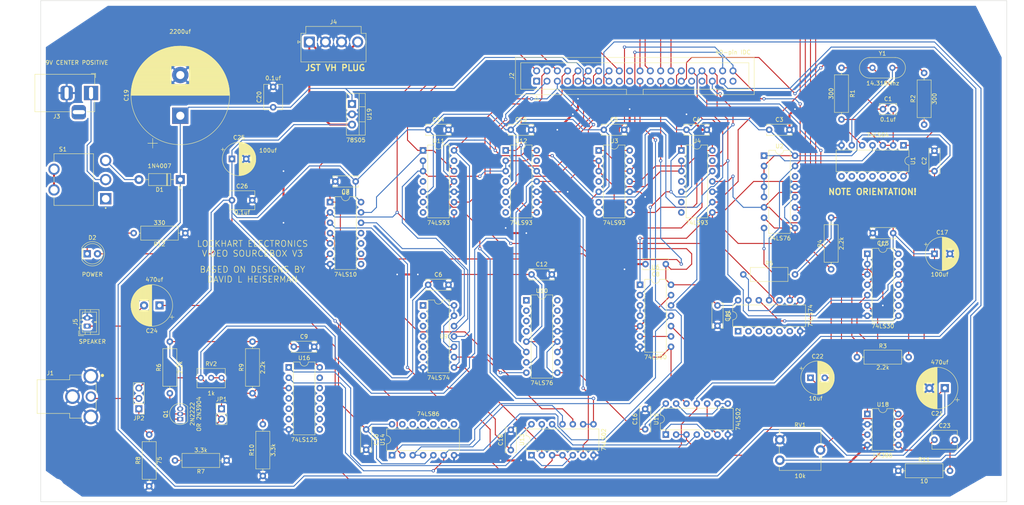
<source format=kicad_pcb>
(kicad_pcb (version 20211014) (generator pcbnew)
  (layers (0 "F.Cu" signal) (31 "B.Cu" signal) (34 "B.Paste" user) (35 "F.Paste" user) (36 "B.SilkS" user "B.Silkscreen") (37 "F.SilkS" user "F.Silkscreen") (38 "B.Mask" user) (39 "F.Mask" user) (44 "Edge.Cuts" user))
  (net 0 "")
  (net 1 "Net-(C1-Pad1)")
  (net 2 "Net-(C1-Pad2)")
  (net 3 "+5V")
  (net 4 "GND")
  (net 5 "+9V")
  (net 6 "Net-(C22-Pad1)")
  (net 7 "Net-(C22-Pad2)")
  (net 8 "Net-(C23-Pad1)")
  (net 9 "Net-(C23-Pad2)")
  (net 10 "Net-(C24-Pad2)")
  (net 11 "Net-(D1-Pad2)")
  (net 12 "Net-(D2-Pad1)")
  (net 13 "VIDEOOUT")
  (net 14 "HBLANK")
  (net 15 "HRST")
  (net 16 "AUDIN")
  (net 17 "CSYNC")
  (net 18 "CVID")
  (net 19 "GVID")
  (net 21 "VRST")
  (net 22 "VBLANK")
  (net 23 "1V")
  (net 24 "2V")
  (net 25 "4V")
  (net 26 "8V")
  (net 27 "16V")
  (net 28 "32V")
  (net 29 "64V")
  (net 30 "128V")
  (net 31 "256V")
  (net 32 "256H")
  (net 33 "128H")
  (net 34 "64H")
  (net 35 "32H")
  (net 36 "16H")
  (net 37 "8H")
  (net 38 "4H")
  (net 39 "2H")
  (net 40 "1H")
  (net 41 "HCLK")
  (net 42 "Net-(R1-Pad1)")
  (net 43 "Net-(R2-Pad2)")
  (net 46 "Net-(RV1-Pad2)")
  (net 48 "Net-(S1-PadS1)")
  (net 49 "Net-(U1-Pad4)")
  (net 50 "Net-(U2-Pad8)")
  (net 53 "Net-(U5-Pad12)")
  (net 54 "Net-(U6-Pad3)")
  (net 55 "Net-(U6-Pad6)")
  (net 56 "HSYNC")
  (net 57 "Net-(U14-Pad2)")
  (net 58 "Net-(U8-Pad12)")
  (net 59 "Net-(U10-Pad8)")
  (net 61 "Net-(U13-Pad1)")
  (net 62 "Net-(U13-Pad11)")
  (net 63 "Net-(U13-Pad12)")
  (net 64 "Net-(U13-Pad13)")
  (net 65 "Net-(U15-Pad1)")
  (net 66 "Net-(U15-Pad10)")
  (net 67 "Net-(U15-Pad13)")
  (net 71 "Net-(J3-Pad1)")
  (net 72 "Net-(Q1-Pad2)")
  (net 73 "Net-(Q1-Pad1)")
  (net 74 "Net-(R3-Pad1)")
  (net 75 "Net-(R4-Pad1)")
  (net 76 "Net-(R5-Pad1)")
  (net 77 "Net-(R10-Pad2)")
  (net 84 "Net-(U8-Pad4)")
  (footprint "Potentiometer_THT:Potentiometer_Bourns_3266Y_Vertical" (layer "F.Cu") (at 147.32 177.8)
    (fp_text reference "RV2")
    (fp_text value "1k")
  )
  (footprint "Resistor_THT:R_Axial_DIN0309_L9.0mm_D3.2mm_P12.70mm_Horizontal" (layer "F.Cu") (at 129.54 204.47 90)
    (fp_text reference "R8")
    (fp_text value "75")
  )
  (footprint "MountingHole:MountingHole_2.7mm" (layer "F.Cu") (at 336.55 204.47)
    (fp_text reference "")
    (fp_text value "MountingHole_2.7mm")
  )
  (footprint "Capacitor_THT:CP_Radial_D8.0mm_P3.50mm" (layer "F.Cu") (at 292.1 177.8)
    (fp_text reference "C22")
    (fp_text value "10uf")
  )
  (footprint "footprints:CUI_RCJ-014" (layer "F.Cu") (at 109.25 182.42)
    (fp_text reference "J1")
    (fp_text value "RCJ-014")
  )
  (footprint "Resistor_THT:R_Axial_DIN0309_L9.0mm_D3.2mm_P12.70mm_Horizontal" (layer "F.Cu") (at 313.69 200.66)
    (fp_text reference "R11")
    (fp_text value "10")
  )
  (footprint "Connector_PinHeader_2.54mm:PinHeader_1x03_P2.54mm_Vertical" (layer "F.Cu") (at 127 185.42 180)
    (fp_text reference "JP2")
    (fp_text value "Jumper_3_Open")
  )
  (footprint "MountingHole:MountingHole_2.7mm" (layer "F.Cu") (at 336.55 88.9)
    (fp_text reference "")
    (fp_text value "MountingHole_2.7mm")
  )
  (footprint "Capacitor_THT:C_Disc_D6.0mm_W2.5mm_P5.00mm" (layer "F.Cu") (at 322.58 127 90)
    (fp_text reference "C2")
    (fp_text value "0.1uf")
  )
  (footprint "Package_DIP:DIP-14_W7.62mm" (layer "F.Cu") (at 196.86 160.015)
    (fp_text reference "U9")
    (fp_text value "74LS74")
  )
  (footprint "Potentiometer_THT:Potentiometer_ACP_CA9-V10_Vertical" (layer "F.Cu") (at 284.56 198.055)
    (fp_text reference "RV1")
    (fp_text value "10k")
  )
  (footprint "Capacitor_THT:C_Disc_D6.0mm_W2.5mm_P5.00mm" (layer "F.Cu") (at 281.94 116.84)
    (fp_text reference "C3")
    (fp_text value "0.1uf")
  )
  (footprint "Package_DIP:DIP-16_W7.62mm" (layer "F.Cu") (at 222.26 158.765)
    (fp_text reference "U10")
    (fp_text value "74LS76")
  )
  (footprint "Package_DIP:DIP-14_W7.62mm" (layer "F.Cu") (at 217.18 121.915)
    (fp_text reference "U12")
    (fp_text value "74LS93")
  )
  (footprint "Diode_THT:D_DO-41_SOD81_P10.16mm_Horizontal" (layer "F.Cu") (at 137.19 129.08 180)
    (fp_text reference "D1")
    (fp_text value "1N4007")
  )
  (footprint "Resistor_THT:R_Axial_DIN0309_L9.0mm_D3.2mm_P12.70mm_Horizontal" (layer "F.Cu") (at 297.18 151.13 90)
    (fp_text reference "R4")
    (fp_text value "2.2k")
  )
  (footprint "Package_DIP:DIP-14_W7.62mm" (layer "F.Cu") (at 189.24 196.84 90)
    (fp_text reference "U14")
    (fp_text value "74LS86")
  )
  (footprint "Resistor_THT:R_Axial_DIN0309_L9.0mm_D3.2mm_P12.70mm_Horizontal" (layer "F.Cu") (at 303.53 172.72)
    (fp_text reference "R3")
    (fp_text value "2.2k")
  )
  (footprint "Package_TO_SOT_THT:TO-92_Inline" (layer "F.Cu") (at 137.16 187.96 90)
    (fp_text reference "Q1")
    (fp_text value "2N3904")
  )
  (footprint "300SP1J1BLKM6QE:SW_300SP1J1BLKM6QE" (layer "F.Cu") (at 118.845 129.08)
    (fp_text reference "S1")
    (fp_text value "300SP1J1BLKM6QE")
  )
  (footprint "MountingHole:MountingHole_2.7mm" (layer "F.Cu") (at 106.68 204.47)
    (fp_text reference "")
    (fp_text value "MountingHole_2.7mm")
  )
  (footprint "Resistor_THT:R_Axial_DIN0309_L9.0mm_D3.2mm_P12.70mm_Horizontal" (layer "F.Cu") (at 138.43 142.24 180)
    (fp_text reference "R12")
    (fp_text value "330")
  )
  (footprint "Capacitor_THT:C_Disc_D6.0mm_W2.5mm_P5.00mm" (layer "F.Cu") (at 261.62 116.84)
    (fp_text reference "C4")
    (fp_text value "0.1uf")
  )
  (footprint "Capacitor_THT:CP_Radial_D8.0mm_P3.80mm" (layer "F.Cu") (at 322.58 147.32)
    (fp_text reference "C17")
    (fp_text value "100uf")
  )
  (footprint "Capacitor_THT:C_Disc_D6.0mm_W2.5mm_P5.00mm" (layer "F.Cu") (at 241.3 116.84)
    (fp_text reference "C5")
    (fp_text value "0.1uf")
  )
  (footprint "Package_DIP:DIP-14_W7.62mm" (layer "F.Cu") (at 163.84 175.255)
    (fp_text reference "U16")
    (fp_text value "74LS125")
  )
  (footprint "Capacitor_THT:C_Rect_L4.0mm_W2.5mm_P2.50mm" (layer "F.Cu") (at 309.92 111.76)
    (fp_text reference "C1")
    (fp_text value "0.1uf")
  )
  (footprint "Capacitor_THT:C_Disc_D6.0mm_W2.5mm_P5.00mm" (layer "F.Cu") (at 312.42 142.24 180)
    (fp_text reference "C13")
    (fp_text value "0.1uf")
  )
  (footprint "Capacitor_THT:C_Disc_D6.0mm_W2.5mm_P5.00mm" (layer "F.Cu") (at 269.24 160.02 -90)
    (fp_text reference "C11")
    (fp_text value "0.1uf")
  )
  (footprint "Capacitor_THT:C_Disc_D6.0mm_W4.4mm_P5.00mm" (layer "F.Cu") (at 322.58 193.04)
    (fp_text reference "C23")
    (fp_text value "0.01uf")
  )
  (footprint "Resistor_THT:R_Axial_DIN0309_L9.0mm_D3.2mm_P12.70mm_Horizontal" (layer "F.Cu") (at 157.48 201.93 90)
    (fp_text reference "R10")
    (fp_text value "3.3k")
  )
  (footprint "Resistor_THT:R_Axial_DIN0309_L9.0mm_D3.2mm_P12.70mm_Horizontal" (layer "F.Cu") (at 134.62 181.61 90)
    (fp_text reference "R6")
    (fp_text value "2.2k")
  )
  (footprint "Resistor_THT:R_Axial_DIN0309_L9.0mm_D3.2mm_P12.70mm_Horizontal" (layer "F.Cu") (at 148.59 198.12 180)
    (fp_text reference "R7")
    (fp_text value "3.3k")
  )
  (footprint "Package_DIP:DIP-14_W7.62mm" (layer "F.Cu") (at 174 134.615)
    (fp_text reference "U8")
    (fp_text value "74LS10")
  )
  (footprint "Package_DIP:DIP-14_W7.62mm" (layer "F.Cu") (at 306.08 147.315)
    (fp_text reference "U7")
    (fp_text value "74LS30")
  )
  (footprint "LED_THT:LED_D5.0mm" (layer "F.Cu") (at 114.3 147.32)
    (fp_text reference "D2")
    (fp_text value "LED")
  )
  (footprint "MountingHole:MountingHole_2.7mm" (layer "F.Cu") (at 106.68 88.9)
    (fp_text reference "")
    (fp_text value "MountingHole_2.7mm")
  )
  (footprint "Package_DIP:DIP-8_W7.62mm" (layer "F.Cu") (at 306.08 186.7)
    (fp_text reference "U18")
    (fp_text value "LM386")
  )
  (footprint "Capacitor_THT:C_Disc_D6.0mm_W2.5mm_P5.00mm" (layer "F.Cu") (at 251.46 190.46 90)
    (fp_text reference "C16")
    (fp_text value "0.1uf")
  )
  (footprint "Connector_BarrelJack:BarrelJack_Horizontal" (layer "F.Cu") (at 115.25 107.8025)
    (fp_text reference "J3")
    (fp_text value "Barrel_Jack_MountingPin")
  )
  (footprint "Package_DIP:DIP-16_W7.62mm" (layer "F.Cu") (at 280.68 123.205)
    (fp_text reference "U2")
    (fp_text value "74LS76")
  )
  (footprint "Capacitor_THT:CP_Radial_D8.0mm_P3.50mm" (layer "F.Cu") (at 149.89 124)
    (fp_text reference "C25")
    (fp_text value "100uf")
  )
  (footprint "Capacitor_THT:C_Disc_D6.0mm_W2.5mm_P5.00mm" (layer "F.Cu") (at 218.44 195.58 90)
    (fp_text reference "C18")
    (fp_text value "0.1uf")
  )
  (footprint "Connector_PinHeader_2.54mm:PinHeader_1x02_P2.54mm_Vertical" (layer "F.Cu") (at 147.32 185.42)
    (fp_text reference "JP1")
    (fp_text value "Jumper_2_Open")
  )
  (footprint "Package_DIP:DIP-14_W7.62mm" (layer "F.Cu") (at 274.315 166.36 90)
    (fp_text reference "U5")
    (fp_text value "74LS74")
  )
  (footprint "Capacitor_THT:CP_Radial_D24.0mm_P10.00mm_SnapIn" (layer "F.Cu") (at 137.19 113.382858 90)
    (fp_text reference "C19")
    (fp_text value "2200uf")
  )
  (footprint "Connector_IDC:IDC-Header_2x20_P2.54mm_Vertical" (layer "F.Cu") (at 224.79 104.8925 90)
    (fp_text reference "J2")
    (fp_text value "Conn_02x20_Odd_Even")
  )
  (footprint "Package_DIP:DIP-14_W7.62mm" (layer "F.Cu") (at 223.515 196.84 90)
    (fp_text reference "U13")
    (fp_text value "74LS02")
  )
  (footprint "Package_DIP:DIP-14_W7.62mm" (layer "F.Cu") (at 256.535 191.76 90)
    (fp_text reference "U15")
    (fp_text value "74LS02")
  )
  (footprint "Package_DIP:DIP-14_W7.62mm" (layer "F.Cu") (at 240.04 121.92)
    (fp_text reference "U3")
    (fp_text value "74LS93")
  )
  (footprint "Package_TO_SOT_THT:TO-220-3_Vertical" (layer "F.Cu") (at 179.395 110.49 -90)
    (fp_text reference "U19")
    (fp_text value "LM7805_TO220")
  )
  (footprint "Resistor_THT:R_Axial_DIN0309_L9.0mm_D3.2mm_P12.70mm_Horizontal" (layer "F.Cu") (at 154.94 181.61 90)
    (fp_text reference "R9")
    (fp_text value "2.2k")
  )
  (footprint "Capacitor_THT:CP_Radial_D10.0mm_P3.80mm" (layer "F.Cu") (at 325.12 180.34 180)
    (fp_text reference "C21")
    (fp_text value "470uf")
  )
  (footprint "Capacitor_THT:C_Disc_D6.0mm_W2.5mm_P5.00mm" (layer "F.Cu") (at 256.54 149.86 180)
    (fp_text reference "C8")
    (fp_text value "0.1uf")
  )
  (footprint "Resistor_THT:R_Axial_DIN0309_L9.0mm_D3.2mm_P12.70mm_Horizontal" (layer "F.Cu") (at 299.72 101.6 -90)
    (fp_text reference "R1")
    (fp_text value "300")
  )
  (footprint "Capacitor_THT:C_Disc_D6.0mm_W2.5mm_P5.00mm" (layer "F.Cu") (at 223.52 152.4)
    (fp_text reference "C12")
    (fp_text value "0.1uf")
  )
  (footprint "Package_DIP:DIP-14_W7.62mm" (layer "F.Cu") (at 314.965 120.66 -90)
    (fp_text reference "U1")
    (fp_text value "74LS04")
  )
  (footprint "Resistor_THT:R_Axial_DIN0309_L9.0mm_D3.2mm_P12.70mm_Horizontal" (layer "F.Cu") (at 320.04 115.57 90)
    (fp_text reference "R2")
    (fp_text value "300")
  )
  (footprint "Package_DIP:DIP-14_W7.62mm" (layer "F.Cu") (at 250.2 154.935)
    (fp_text reference "U6")
    (fp_text value "74LS00")
  )
  (footprint "Capacitor_THT:C_Disc_D6.0mm_W2.5mm_P5.00mm" (layer "F.Cu") (at 198.12 154.94)
    (fp_text reference "C6")
    (fp_text value "0.1uf")
  )
  (footprint "Package_DIP:DIP-14_W7.62mm" (layer "F.Cu") (at 196.86 121.915)
    (fp_text reference "U11")
    (fp_text value "74LS93")
  )
  (footprint "Capacitor_THT:C_Disc_D6.0mm_W4.4mm_P5.00mm" (layer "F.Cu") (at 149.89 134.16)
    (fp_text reference "C26")
    (fp_text value "0.1uf")
  )
  (footprint "Crystal:Crystal_HC18-U_Vertical" (layer "F.Cu") (at 307.34 101.6)
    (fp_text reference "Y1")
    (fp_text value "14.318Mhz")
  )
  (footprint "Connector_JST:JST_VH_B4P-VH-B_1x04_P3.96mm_Vertical" (layer "F.Cu") (at 168.91 95.25)
    (fp_text reference "J4")
    (fp_text value "Conn_01x04")
  )
  (footprint "Capacitor_THT:C_Disc_D6.0mm_W4.4mm_P5.00mm" (layer "F.Cu") (at 160.02 111.3 90)
    (fp_text reference "C20")
    (fp_text value "0.1uf")
  )
  (footprint "Capacitor_THT:C_Disc_D6.0mm_W2.5mm_P5.00mm" (layer "F.Cu") (at 165.1 170.18)
    (fp_text reference "C9")
    (fp_text value "0.1uf")
  )
  (footprint "Capacitor_THT:CP_Radial_D10.0mm_P3.80mm" (layer "F.Cu") (at 132.08 160.02 180)
    (fp_text reference "C24")
    (fp_text value "470uf")
  )
  (footprint "Capacitor_THT:C_Disc_D6.0mm_W2.5mm_P5.00mm" (layer "F.Cu") (at 182.88 190.5 -90)
    (fp_text reference "C10")
    (fp_text value "0.1uf")
  )
  (footprint "Capacitor_THT:C_Disc_D6.0mm_W2.5mm_P5.00mm" (layer "F.Cu") (at 180.3 129.54 180)
    (fp_text reference "C7")
    (fp_text value "0.1uf")
  )
  (footprint "Capacitor_THT:C_Disc_D6.0mm_W2.5mm_P5.00mm" (layer "F.Cu") (at 218.44 116.84)
    (fp_text reference "C15")
    (fp_text value "0.1uf")
  )
  (footprint "Package_DIP:DIP-14_W7.62mm" (layer "F.Cu") (at 260.36 121.915)
    (fp_text reference "U4")
    (fp_text value "74LS93")
  )
  (footprint "Resistor_THT:R_Axial_DIN0309_L9.0mm_D3.2mm_P12.70mm_Horizontal" (layer "F.Cu") (at 275.59 152.4)
    (fp_text reference "R5")
    (fp_text value "2.2k")
  )
  (footprint "Connector_JST:JST_PH_B2B-PH-K_1x02_P2.00mm_Vertical" (layer "F.Cu") (at 114.3 165.1 90)
    (fp_text reference "J5")
    (fp_text value "JST PH 1x2")
  )
  (footprint "Capacitor_THT:C_Disc_D6.0mm_W2.5mm_P5.00mm" (layer "F.Cu") (at 198.12 116.84)
    (fp_text reference "C14")
    (fp_text value "0.1uf")
  )
  (gr_rect (start 102.87 85.09) (end 340.36 208.28) (layer "Edge.Cuts") (width 0.1) (fill none))
  (gr_text "3.3k" (at 160.02 195.58 90) (layer "F.SilkS") (effects (font (size 1 1))))
  (gr_text "74LS76" (at 284.48 143.51) (layer "F.SilkS") (effects (font (size 1 1))))
  (gr_text "LOCKHART ELECTRONICS\nVIDEO SOURCEBOX V3" (at 154.94 146.05) (layer "F.SilkS") (effects (font (size 1.5 1.5))))
  (gr_text "2.2k" (at 137.16 175.26 90) (layer "F.SilkS") (effects (font (size 1 1))))
  (gr_text "10k" (at 289.56 201.93) (layer "F.SilkS") (effects (font (size 1 1))))
  (gr_text "NOTE ORIENTATION!" (at 307.34 132.08) (layer "F.SilkS") (effects (font (size 1.5 1.5) (thickness 0.3))))
  (gr_text "74LS93" (at 264.16 139.7) (layer "F.SilkS") (effects (font (size 1 1))))
  (gr_text "100uf" (at 323.85 152.4) (layer "F.SilkS") (effects (font (size 1 1))))
  (gr_text "9V CENTER POSITIVE" (at 111.76 100.33) (layer "F.SilkS") (effects (font (size 1 1))))
  (gr_text "300" (at 322.58 109.22 90) (layer "F.SilkS") (effects (font (size 1 1))))
  (gr_text "74LS86" (at 198.12 186.69) (layer "F.SilkS") (effects (font (size 1 1))))
  (gr_text "75" (at 132.08 198.12 90) (layer "F.SilkS") (effects (font (size 1 1))))
  (gr_text "10uf" (at 293.37 182.88) (layer "F.SilkS") (effects (font (size 1 1))))
  (gr_text "1N4007" (at 132.08 125.73) (layer "F.SilkS") (effects (font (size 1 1))))
  (gr_text "470uf" (at 130.81 153.67) (layer "F.SilkS") (effects (font (size 1 1))))
  (gr_text "74LS93" (at 220.99 139.7) (layer "F.SilkS") (effects (font (size 1 1))))
  (gr_text "74LS76\n" (at 226.06 179.07) (layer "F.SilkS") (effects (font (size 1 1))))
  (gr_text "74LS30" (at 309.88 165.1) (layer "F.SilkS") (effects (font (size 1 1))))
  (gr_text "2.2k" (at 309.88 175.26) (layer "F.SilkS") (effects (font (size 1 1))))
  (gr_text "100uf" (at 158.75 121.92) (layer "F.SilkS") (effects (font (size 1 1))))
  (gr_text "300" (at 297.18 107.95 90) (layer "F.SilkS") (effects (font (size 1 1))))
  (gr_text "SPEAKER" (at 115.57 168.91) (layer "F.SilkS") (effects (font (size 1 1))))
  (gr_text "74LS74" (at 200.66 177.8) (layer "F.SilkS") (effects (font (size 1 1))))
  (gr_text "3.3k" (at 142.24 195.58) (layer "F.SilkS") (effects (font (size 1 1))))
  (gr_text "74LS93" (at 243.85 139.7) (layer "F.SilkS") (effects (font (size 1 1))))
  (gr_text "74LS125" (at 167.64 193.04) (layer "F.SilkS") (effects (font (size 1 1))))
  (gr_text "74LS93" (at 200.67 139.7) (layer "F.SilkS") (effects (font (size 1 1))))
  (gr_text "470uf" (at 323.85 173.99) (layer "F.SilkS") (effects (font (size 1 1))))
  (gr_text "0.1uf" (at 311.15 114.3) (layer "F.SilkS") (effects (font (size 1 1))))
  (gr_text "POWER" (at 115.57 152.4) (layer "F.SilkS") (effects (font (size 1 1))))
  (gr_text "BASED ON DESIGNS BY\nDAVID L HEISERMAN" (at 154.94 152.4) (layer "F.SilkS") (effects (font (size 1.5 1.5))))
  (gr_text "40-pin IDC" (at 273.05 97.79) (layer "F.SilkS") (effects (font (size 1 1))))
  (gr_text "JST VH PLUG" (at 175.26 101.6) (layer "F.SilkS") (effects (font (size 1.5 1.5) (thickness 0.3))))
  (gr_text "74LS74" (at 292.1 162.55 90) (layer "F.SilkS") (effects (font (size 1 1))))
  (gr_text "78S05" (at 180.34 119.38) (layer "F.SilkS") (effects (font (size 1 1))))
  (gr_text "2.2k" (at 299.72 144.78 90) (layer "F.SilkS") (effects (font (size 1 1))))
  (gr_text "LM386" (at 309.88 196.85) (layer "F.SilkS") (effects (font (size 1 1))))
  (gr_text "2.2k" (at 157.48 175.26 90) (layer "F.SilkS") (effects (font (size 1 1))))
  (gr_text "74LS02" (at 274.32 187.96 90) (layer "F.SilkS") (effects (font (size 1 1))))
  (gr_text "2200uf" (at 137.16 92.71) (layer "F.SilkS") (effects (font (size 1 1))))
  (gr_text "74LS04" (at 308.61 118.11) (layer "F.SilkS") (effects (font (size 1 1))))
  (gr_text "10" (at 320.04 203.2) (layer "F.SilkS") (effects (font (size 1 1))))
  (gr_text "0.1uf" (at 160.02 104.14) (layer "F.SilkS") (effects (font (size 1 1))))
  (gr_text "74LS02" (at 241.3 193.04 90) (layer "F.SilkS") (effects (font (size 1 1))))
  (gr_text "74LS10" (at 177.8 152.4) (layer "F.SilkS") (effects (font (size 1 1))))
  (gr_text "0.1uf" (at 152.4 137.16) (layer "F.SilkS") (effects (font (size 1 1))))
  (gr_text "2N2222\nOR 2N3904" (at 140.97 186.69 90) (layer "F.SilkS") (effects (font (size 1 1))))
  (gr_text "1k" (at 144.78 181.61) (layer "F.SilkS") (effects (font (size 1 1))))
  (gr_text "74LS00" (at 254 172.72) (layer "F.SilkS") (effects (font (size 1 1))))
  (gr_text "14.318Mhz" (at 309.88 105.41) (layer "F.SilkS") (effects (font (size 1 1))))
  (gr_text "330" (at 132.08 139.7) (layer "F.SilkS") (effects (font (size 1 1))))
  (segment (start 306.07 109.22) (end 308.61 111.76) (width 0.25) (layer "F.Cu") (net 1))
  (segment (start 312.46 109.22) (end 314.96 109.22) (width 0.25) (layer "F.Cu") (net 1))
  (segment (start 295.91 111.76) (end 298.45 109.22) (width 0.25) (layer "F.Cu") (net 1))
  (segment (start 309.92 111.76) (end 312.46 109.22) (width 0.25) (layer "F.Cu") (net 1))
  (segment (start 298.45 109.22) (end 306.07 109.22) (width 0.25) (layer "F.Cu") (net 1))
  (segment (start 295.91 115.57) (end 295.91 111.76) (width 0.25) (layer "F.Cu") (net 1))
  (segment (start 304.805 120.66) (end 300.985 116.84) (width 0.25) (layer "F.Cu") (net 1))
  (segment (start 297.18 116.84) (end 295.91 115.57) (width 0.25) (layer "F.Cu") (net 1))
  (segment (start 314.96 109.22) (end 320.04 114.3) (width 0.25) (layer "F.Cu") (net 1))
  (segment (start 320.04 114.3) (end 320.04 115.57) (width 0.25) (layer "F.Cu") (net 1))
  (segment (start 300.985 116.84) (end 297.18 116.84) (width 0.25) (layer "F.Cu") (net 1))
  (segment (start 308.61 111.76) (end 309.92 111.76) (width 0.25) (layer "F.Cu") (net 1))
  (segment (start 312.425 120.66) (end 309.885 120.66) (width 0.25) (layer "F.Cu") (net 2))
  (segment (start 299.72 114.3) (end 303.525 114.3) (width 0.25) (layer "F.Cu") (net 2))
  (segment (start 303.525 114.3) (end 309.885 120.66) (width 0.25) (layer "F.Cu") (net 2))
  (segment (start 312.425 120.66) (end 312.425 111.765) (width 0.25) (layer "F.Cu") (net 2))
  (segment (start 312.425 111.765) (end 312.42 111.76) (width 0.25) (layer "F.Cu") (net 2))
  (segment (start 262.89 149.86) (end 262.89 147.32) (width 0.25) (layer "F.Cu") (net 3))
  (segment (start 242.57 146.05) (end 237.49 140.97) (width 0.25) (layer "F.Cu") (net 3))
  (segment (start 237.49 140.97) (end 237.49 134.63) (width 0.25) (layer "F.Cu") (net 3))
  (segment (start 322.58 149.86) (end 322.58 147.32) (width 0.25) (layer "F.Cu") (net 3))
  (segment (start 116.84 147.32) (end 144.78 147.32) (width 0.25) (layer "F.Cu") (net 3))
  (segment (start 251.46 190.46) (end 248.88 190.46) (width 0.25) (layer "F.Cu") (net 3))
  (segment (start 223.52 152.4) (end 200.66 152.4) (width 0.25) (layer "F.Cu") (net 3))
  (segment (start 257.81 151.13) (end 261.62 151.13) (width 0.25) (layer "F.Cu") (net 3))
  (segment (start 261.62 146.05) (end 242.57 146.05) (width 0.25) (layer "F.Cu") (net 3))
  (segment (start 262.89 147.32) (end 261.62 146.05) (width 0.25) (layer "F.Cu") (net 3))
  (segment (start 163.83 168.91) (end 165.1 170.18) (width 0.25) (layer "F.Cu") (net 3))
  (segment (start 234.965 176.545) (end 229.88 176.545) (width 0.25) (layer "F.Cu") (net 3))
  (segment (start 257.82 154.935) (end 264.155 154.935) (width 0.25) (layer "F.Cu") (net 3))
  (segment (start 168.91 95.25) (end 168.91 110.49) (width 0.5) (layer "F.Cu") (net 3))
  (segment (start 280.68 125.745) (end 280.68 128.285) (width 0.25) (layer "F.Cu") (net 3))
  (segment (start 203.2 180.34) (end 201.93 179.07) (width 0.25) (layer "F.Cu") (net 3))
  (segment (start 316.245 127) (end 314.965 128.28) (width 0.25) (layer "F.Cu") (net 3))
  (segment (start 154.94 168.91) (end 163.83 168.91) (width 0.25) (layer "F.Cu") (net 3))
  (segment (start 154.94 168.91) (end 134.62 168.91) (width 0.25) (layer "F.Cu") (net 3))
  (segment (start 309.88 138.43) (end 312.42 140.97) (width 0.25) (layer "F.Cu") (net 3))
  (segment (start 172.72 99.06) (end 168.91 95.25) (width 0.5) (layer "F.Cu") (net 3))
  (segment (start 201.935 172.72) (end 204.48 170.175) (width 0.25) (layer "F.Cu") (net 3))
  (segment (start 182.88 190.5) (end 176.08048 183.70048) (width 0.25) (layer "F.Cu") (net 3))
  (segment (start 200.66 152.4) (end 198.12 154.94) (width 0.25) (layer "F.Cu") (net 3))
  (segment (start 264.155 154.935) (end 269.24 160.02) (width 0.25) (layer "F.Cu") (net 3))
  (segment (start 180.79 95.25) (end 176.98 99.06) (width 0.5) (layer "F.Cu") (net 3))
  (segment (start 218.44 195.58) (end 214.63 191.77) (width 0.25) (layer "F.Cu") (net 3))
  (segment (start 288.3 123.205) (end 283.22 123.205) (width 0.25) (layer "F.Cu") (net 3))
  (segment (start 322.58 127) (end 316.245 127) (width 0.25) (layer "F.Cu") (net 3))
  (segment (start 214.63 187.96) (end 207.01 180.34) (width 0.25) (layer "F.Cu") (net 3))
  (segment (start 201.93 179.07) (end 201.93 172.72) (width 0.25) (layer "F.Cu") (net 3))
  (segment (start 237.49 134.63) (end 240.04 132.08) (width 0.25) (layer "F.Cu") (net 3))
  (segment (start 201.93 172.72) (end 201.935 172.72) (width 0.25) (layer "F.Cu") (net 3))
  (segment (start 322.58 127) (end 322.58 147.32) (width 0.25) (layer "F.Cu") (net 3))
  (segment (start 256.54 149.86) (end 256.54 153.655) (width 0.25) (layer "F.Cu") (net 3))
  (segment (start 168.91 110.49) (end 173.99 115.57) (width 0.5) (layer "F.Cu") (net 3))
  (segment (start 256.54 149.86) (end 257.81 151.13) (width 0.25) (layer "F.Cu") (net 3))
  (segment (start 214.63 191.77) (end 214.63 187.96) (width 0.25) (layer "F.Cu") (net 3))
  (segment (start 176.08048 183.70048) (end 176.08048 164.65048) (width 0.25) (layer "F.Cu") (net 3))
  (segment (start 229.88 168.925) (end 222.26 168.925) (width 0.25) (layer "F.Cu") (net 3))
  (segment (start 316.23 156.21) (end 322.58 149.86) (width 0.25) (layer "F.Cu") (net 3))
  (segment (start 176.98 99.06) (end 172.72 99.06) (width 0.5) (layer "F.Cu") (net 3))
  (segment (start 173.99 115.57) (end 179.395 115.57) (width 0.5) (layer "F.Cu") (net 3))
  (segment (start 176.08048 164.65048) (end 175.26 163.83) (width 0.25) (layer "F.Cu") (net 3))
  (segment (start 316.23 172.72) (end 316.23 156.21) (width 0.25) (layer "F.Cu") (net 3))
  (segment (start 165.1 170.18) (end 166.385 170.18) (width 0.25) (layer "F.Cu") (net 3))
  (segment (start 149.89 142.21) (end 149.89 134.16) (width 0.25) (layer "F.Cu") (net 3))
  (segment (start 256.54 153.655) (end 257.82 154.935) (width 0.25) (layer "F.Cu") (net 3))
  (segment (start 144.78 147.32) (end 149.89 142.21) (width 0.25) (layer "F.Cu") (net 3))
  (segment (start 248.88 190.46) (end 234.965 176.545) (width 0.25) (layer "F.Cu") (net 3))
  (segment (start 166.385 170.18) (end 171.46 175.255) (width 0.25) (layer "F.Cu") (net 3))
  (segment (start 312.42 140.97) (end 312.42 142.24) (width 0.25) (layer "F.Cu") (net 3))
  (segment (start 297.18 138.43) (end 309.88 138.43) (width 0.25) (layer "F.Cu") (net 3))
  (segment (start 283.22 123.205) (end 280.68 125.745) (width 0.25) (layer "F.Cu") (net 3))
  (segment (start 207.01 180.34) (end 203.2 180.34) (width 0.25) (layer "F.Cu") (net 3))
  (segment (start 261.62 151.13) (end 262.89 149.86) (width 0.25) (layer "F.Cu") (net 3))
  (via (at 175.26 163.83) (size 0.8) (drill 0.4) (layers "F.Cu" "B.Cu") (net 3))
  (segment (start 317.5 147.32) (end 312.42 142.24) (width 0.25) (layer "B.Cu") (net 3))
  (segment (start 199.4 196.84) (end 197.29952 198.94048) (width 0.25) (layer "B.Cu") (net 3))
  (segment (start 256.54 114.3) (end 259.08 116.84) (width 0.25) (layer "B.Cu") (net 3))
  (segment (start 198.12 154.94) (end 194.31 158.75) (width 0.25) (layer "B.Cu") (net 3))
  (segment (start 236.22 116.84) (end 241.3 116.84) (width 0.25) (layer "B.Cu") (net 3))
  (segment (start 218.44 116.84) (end 219.71 118.11) (width 0.25) (layer "B.Cu") (net 3))
  (segment (start 218.44 116.84) (end 220.98 114.3) (width 0.25) (layer "B.Cu") (net 3))
  (segment (start 193.04 177.8) (end 189.23 177.8) (width 0.25) (layer "B.Cu") (net 3))
  (segment (start 251.46 190.46) (end 251.46 189.215) (width 0.25) (layer "B.Cu") (net 3))
  (segment (start 161.29 119.38) (end 165.1 115.57) (width 0.25) (layer "B.Cu") (net 3))
  (segment (start 279.4 116.84) (end 281.94 116.84) (width 0.25) (layer "B.Cu") (net 3))
  (segment (start 198.12 116.84) (end 201.93 113.03) (width 0.25) (layer "B.Cu") (net 3))
  (segment (start 226.06 154.94) (end 226.06 165.125) (width 0.25) (layer "B.Cu") (net 3))
  (segment (start 165.1 115.57) (end 179.395 115.57) (width 0.25) (layer "B.Cu") (net 3))
  (segment (start 201.93 168.91) (end 203.195 170.175) (width 0.25) (layer "B.Cu") (net 3))
  (segment (start 134.62 166.37) (end 144.78 156.21) (width 0.25) (layer "B.Cu") (net 3))
  (segment (start 326.39 120.65) (end 326.39 123.19) (width 0.25) (layer "B.Cu") (net 3))
  (segment (start 262.89 130.81) (end 261.625 132.075) (width 0.25) (layer "B.Cu") (net 3))
  (segment (start 241.3 116.84) (end 242.57 118.11) (width 0.25) (layer "B.Cu") (net 3))
  (segment (start 199.39 118.11) (end 199.39 130.81) (width 0.25) (layer "B.Cu") (net 3))
  (segment (start 243.84 114.3) (end 256.54 114.3) (width 0.25) (layer "B.Cu") (net 3))
  (segment (start 269.24 160.02) (end 273.035 160.02) (width 0.25) (layer "B.Cu") (net 3))
  (segment (start 156.21 138.43) (end 151.13 138.43) (width 0.25) (layer "B.Cu") (net 3))
  (segment (start 241.3 116.84) (end 243.84 114.3) (width 0.25) (layer "B.Cu") (net 3))
  (segment (start 134.62 172.72) (end 137.16 175.26) (width 0.25) (layer "B.Cu") (net 3))
  (segment (start 297.18 143.51) (end 288.29 152.4) (width 0.25) (layer "B.Cu") (net 3))
  (segment (start 303.53 119.38) (end 304.8 118.11) (width 0.25) (layer "B.Cu") (net 3))
  (segment (start 242.57 130.81) (end 241.3 132.08) (width 0.25) (layer "B.Cu") (net 3))
  (segment (start 180.3 129.54) (end 180.3 133.295) (width 0.25) (layer "B.Cu") (net 3))
  (segment (start 303.53 121.92) (end 303.53 119.38) (width 0.25) (layer "B.Cu") (net 3))
  (segment (start 161.29 119.38) (end 152.4 119.38) (width 0.25) (layer "B.Cu") (net 3))
  (segment (start 326.39 123.19) (end 322.58 127) (width 0.25) (layer "B.Cu") (net 3))
  (segment (start 137.16 175.26) (end 137.16 185.42) (width 0.25) (layer "B.Cu") (net 3))
  (segment (start 134.62 168.91) (end 134.62 172.72) (width 0.25) (layer "B.Cu") (net 3))
  (segment (start 233.68 114.3) (end 236.22 116.84) (width 0.25) (layer "B.Cu") (net 3))
  (segment (start 224.79 172.72) (end 223.505 174.005) (width 0.25) (layer "B.Cu") (net 3))
  (segment (start 220.98 114.3) (end 233.68 114.3) (width 0.25) (layer "B.Cu") (net 3))
  (segment (start 223.505 174.005) (end 222.26 174.005) (width 0.25) (layer "B.Cu") (net 3))
  (segment (start 261.62 116.84) (end 262.89 118.11) (width 0.25) (layer "B.Cu") (net 3))
  (segment (start 147.78 134.16) (end 149.89 134.16) (width 0.25) (layer "B.Cu") (net 3))
  (segment (start 180.3 129.54) (end 176.49 125.73) (width 0.25) (layer "B.Cu") (net 3))
  (segment (start 273.035 160.02) (end 274.315 158.74) (width 0.25) (layer "B.Cu") (net 3))
  (segment (start 194.31 176.53) (end 193.04 177.8) (width 0.25) (layer "B.Cu") (net 3))
  (segment (start 222.26 168.925) (end 223.535 168.925) (width 0.25) (layer "B.Cu") (net 3))
  (segment (start 198.12 116.84) (end 193 116.84) (width 0.25) (layer "B.Cu") (net 3))
  (segment (start 203.195 170.175) (end 204.48 170.175) (width 0.25) (layer "B.Cu") (net 3))
  (segment (start 262.89 116.84) (end 265.43 114.3) (width 0.25) (layer "B.Cu") (net 3))
  (segment (start 134.62 168.91) (end 134.62 166.37) (width 0.25) (layer "B.Cu") (net 3))
  (segment (start 198.125 132.075) (end 196.86 132.075) (width 0.25) (layer "B.Cu") (net 3))
  (segment (start 204.48 160.015) (end 204.48 162.555) (width 0.25) (layer "B.Cu") (net 3))
  (segment (start 189.24 189.22) (end 184.16 189.22) (width 0.25) (layer "B.Cu") (net 3))
  (segment (start 288.3 123.205) (end 302.245 123.205) (width 0.25) (layer "B.Cu") (net 3))
  (segment (start 261.625 132.075) (end 260.36 132.075) (width 0.25) (layer "B.Cu") (net 3))
  (segment (start 197.29952 198.94048) (end 186.69 198.94048) (width 0.25) (layer "B.Cu") (net 3))
  (segment (start 198.12 116.84) (end 199.39 118.11) (width 0.25) (layer "B.Cu") (net 3))
  (segment (start 276.86 114.3) (end 279.4 116.84) (width 0.25) (layer "B.Cu") (net 3))
  (segment (start 185.42 197.67048) (end 185.42 193.04) (width 0.25) (layer "B.Cu") (net 3))
  (segment (start 261.62 116.84) (end 262.89 116.84) (width 0.25) (layer "B.Cu") (net 3))
  (segment (start 149.86 137.16) (end 149.89 137.13) (width 0.25) (layer "B.Cu") (net 3))
  (segment (start 218.44 195.58) (end 218.44 194.295) (width 0.25) (layer "B.Cu") (net 3))
  (segment (start 259.08 116.84) (end 261.62 116.84) (width 0.25) (layer "B.Cu") (net 3))
  (segment (start 242.57 118.11) (end 242.57 130.81) (width 0.25) (layer "B.Cu") (net 3))
  (segment (start 149.89 124) (end 149.89 134.16) (width 0.25) (layer "B.Cu") (net 3))
  (segment (start 265.43 114.3) (end 276.86 114.3) (width 0.25) (layer "B.Cu") (net 3))
  (segment (start 184.16 189.22) (end 182.88 190.5) (width 0.25) (layer "B.Cu") (net 3))
  (segment (start 312.42 142.24) (end 312.42 146.035) (width 0.25) (layer "B.Cu") (net 3))
  (segment (start 168.91 125.73) (end 156.21 138.43) (width 0.25) (layer "B.Cu") (net 3))
  (segment (start 280.68 128.285) (end 280.68 130.825) (width 0.25) (layer "B.Cu") (net 3))
  (segment (start 229.88 168.925) (end 227.33 171.475) (width 0.25) (layer "B.Cu") (net 3))
  (segment (start 152.4 119.38) (end 149.89 121.89) (width 0.25) (layer "B.Cu") (net 3))
  (segment (start 297.18 138.43) (end 297.18 143.51) (width 0.25) (layer "B.Cu") (net 3))
  (segment (start 304.8 118.11) (end 323.85 118.11) (width 0.25) (layer "B.Cu") (net 3))
  (segment (start 201.93 113.03) (end 213.36 113.03) (width 0.25) (layer "B.Cu") (net 3))
  (segment (start 180.3 133.295) (end 181.62 134.615) (width 0.25) (layer "B.Cu") (net 3))
  (segment (start 176.49 125.73) (end 168.91 125.73) (width 0.25) (layer "B.Cu") (net 3))
  (segment (start 204.48 162.555) (end 201.93 165.105) (width 0.25) (layer "B.Cu") (net 3))
  (segment (start 218.44 194.295) (end 223.515 189.22) (width 0.25) (layer "B.Cu") (net 3))
  (segment (start 281.94 116.84) (end 288.3 123.2) (width 0.25) (layer "B.Cu") (net 3))
  (segment (start 186.69 198.94048) (end 185.42 197.67048) (width 0.25) (layer "B.Cu") (net 3))
  (segment (start 185.42 193.04) (end 182.88 190.5) (width 0.25) (layer "B.Cu") (net 3))
  (segment (start 262.89 118.11) (end 262.89 130.81) (width 0.25) (layer "B.Cu") (net 3))
  (segment (start 149.89 121.89) (end 149.89 124) (width 0.25) (layer "B.Cu") (net 3))
  (segment (start 241.3 132.08) (end 240.04 132.08) (width 0.25) (layer "B.Cu") (net 3))
  (segment (start 322.58 147.32) (end 317.5 147.32) (width 0.25) (layer "B.Cu") (net 3))
  (segment (start 323.85 118.11) (end 326.39 120.65) (width 0.25) (layer "B.Cu") (net 3))
  (segment (start 302.245 123.205) (end 303.53 121.92) (width 0.25) (layer "B.Cu") (net 3))
  (segment (start 204.48 160.015) (end 203.195 160.015) (width 0.25) (layer "B.Cu") (net 3))
  (segment (start 149.89 137.13) (end 149.89 134.16) (width 0.25) (layer "B.Cu") (net 3))
  (segment (start 224.79 170.18) (end 224.79 172.72) (width 0.25) (layer "B.Cu") (net 3))
  (segment (start 251.46 189.215) (end 256.535 184.14) (width 0.25) (layer "B.Cu") (net 3))
  (segment (start 151.13 138.43) (end 149.86 137.16) (width 0.25) (layer "B.Cu") (net 3))
  (segment (start 203.195 160.015) (end 198.12 154.94) (width 0.25) (layer "B.Cu") (net 3))
  (segment (start 219.71 129.545) (end 217.18 132.075) (width 0.25) (layer "B.Cu") (net 3))
  (segment (start 194.31 158.75) (end 194.31 176.53) (width 0.25) (layer "B.Cu") (net 3))
  (segment (start 199.39 130.81) (end 198.125 132.075) (width 0.25) (layer "B.Cu") (net 3))
  (segment (start 144.78 156.21) (end 144.78 137.16) (width 0.25) (layer "B.Cu") (net 3))
  (segment (start 193 116.84) (end 180.3 129.54) (width 0.25) (layer "B.Cu") (net 3))
  (segment (start 227.33 171.475) (end 227.33 175.26) (width 0.25) (layer "B.Cu") (net 3))
  (segment (start 149.89 138.46) (end 149.89 134.16) (width 0.25) (layer "B.Cu") (net 3))
  (segment (start 189.23 177.8) (end 149.89 138.46) (width 0.25) (layer "B.Cu") (net 3))
  (segment (start 288.3 123.2) (end 288.3 123.205) (width 0.25) (layer "B.Cu") (net 3))
  (segment (start 312.42 146.035) (end 313.7 147.315) (width 0.25) (layer "B.Cu") (net 3))
  (segment (start 213.36 113.03) (end 217.17 116.84) (width 0.25) (layer "B.Cu") (net 3))
  (segment (start 201.93 165.105) (end 201.93 168.91) (width 0.25) (layer "B.Cu") (net 3))
  (segment (start 217.17 116.84) (end 218.44 116.84) (width 0.25) (layer "B.Cu") (net 3))
  (segment (start 228.615 176.545) (end 229.88 176.545) (width 0.25) (layer "B.Cu") (net 3))
  (segment (start 226.06 165.125) (end 222.26 168.925) (width 0.25) (layer "B.Cu") (net 3))
  (segment (start 219.71 118.11) (end 219.71 129.545) (width 0.25) (layer "B.Cu") (net 3))
  (segment (start 227.33 175.26) (end 228.615 176.545) (width 0.25) (layer "B.Cu") (net 3))
  (segment (start 223.535 168.925) (end 224.79 170.18) (width 0.25) (layer "B.Cu") (net 3))
  (segment (start 280.68 130.825) (end 280.68 133.365) (width 0.25) (layer "B.Cu") (net 3))
  (segment (start 223.52 152.4) (end 226.06 154.94) (width 0.25) (layer "B.Cu") (net 3))
  (segment (start 144.78 137.16) (end 147.78 134.16) (width 0.25) (layer "B.Cu") (net 3))
  (segment (start 246.3 116.84) (end 247.65 115.49) (width 0.5) (layer "F.Cu") (net 4))
  (segment (start 251.54 149.86) (end 247.65 149.86) (width 0.5) (layer "F.Cu") (net 4))
  (segment (start 307.42 142.24) (end 309.88 144.7) (width 0.25) (layer "F.Cu") (net 4))
  (segment (start 306.08 194.32) (end 298.47 201.93) (width 0.5) (layer "F.Cu") (net 4))
  (segment (start 280.765 196.85) (end 284.56 193.055) (width 0.5) (layer "F.Cu") (net 4))
  (segment (start 247.65 115.49) (end 247.65 111.76) (width 0.5) (layer "F.Cu") (net 4))
  (segment (start 309.88 144.7) (end 309.88 160.02) (width 0.25) (layer "F.Cu") (net 4))
  (segment (start 283.21 201.93) (end 280.67 199.39) (width 0.5) (layer "F.Cu") (net 4))
  (segment (start 247.65 149.86) (end 246.38 151.13) (width 0.5) (layer "F.Cu") (net 4))
  (segment (start 251.46 133.35) (end 250.19 132.08) (width 0.25) (layer "F.Cu") (net 4))
  (segment (start 233.68 113.03) (end 229.87 116.84) (width 0.5) (layer "F.Cu") (net 4))
  (segment (start 162.56 127) (end 162.56 139.7) (width 0.5) (layer "F.Cu") (net 4))
  (segment (start 234.95 109.22) (end 234.95 111.76) (width 0.5) (layer "F.Cu") (net 4))
  (segment (start 298.47 201.93) (end 283.21 201.93) (width 0.5) (layer "F.Cu") (net 4))
  (segment (start 265.43 116.84) (end 261.62 113.03) (width 0.5) (layer "F.Cu") (net 4))
  (segment (start 195.58 152.4) (end 190.5 152.4) (width 0.5) (layer "F.Cu") (net 4))
  (segment (start 266.62 116.84) (end 265.43 116.84) (width 0.5) (layer "F.Cu") (net 4))
  (segment (start 250.19 132.08) (end 247.66 132.08) (width 0.25) (layer "F.Cu") (net 4))
  (segment (start 218.44 142.24) (end 217.17 140.97) (width 0.5) (layer "F.Cu") (net 4))
  (segment (start 232.405 132.075) (end 232.41 132.08) (width 0.25) (layer "F.Cu") (net 4))
  (segment (start 286.94 113.11) (end 286.94 116.84) (width 0.5) (layer "F.Cu") (net 4))
  (segment (start 280.67 196.85) (end 280.765 196.85) (width 0.25) (layer "F.Cu") (net 4))
  (segment (start 220.98 198.12) (end 215.9 198.12) (width 0.5) (layer "F.Cu") (net 4))
  (segment (start 280.67 199.39) (end 280.67 196.85) (width 0.5) (layer "F.Cu") (net 4))
  (segment (start 222.25 142.24) (end 218.44 142.24) (width 0.5) (layer "F.Cu") (net 4))
  (segment (start 234.95 111.76) (end 233.68 113.03) (width 0.5) (layer "F.Cu") (net 4))
  (segment (start 224.8 132.075) (end 232.405 132.075) (width 0.25) (layer "F.Cu") (net 4))
  (segment (start 288.29 111.76) (end 286.94 113.11) (width 0.5) (layer "F.Cu") (net 4))
  (via (at 247.65 111.76) (size 0.8) (drill 0.4) (layers "F.Cu" "B.Cu") (net 4))
  (via (at 195.58 152.4) (size 0.8) (drill 0.4) (layers "F.Cu" "B.Cu") (net 4))
  (via (at 233.68 113.03) (size 0.8) (drill 0.4) (layers "F.Cu" "B.Cu") (net 4))
  (via (at 162.56 127) (size 0.8) (drill 0.4) (layers "F.Cu" "B.Cu") (net 4))
  (via (at 234.95 109.22) (size 0.8) (drill 0.4) (layers "F.Cu" "B.Cu") (net 4))
  (via (at 232.41 132.08) (size 0.8) (drill 0.4) (layers "F.Cu" "B.Cu") (net 4))
  (via (at 229.87 116.84) (size 0.8) (drill 0.4) (layers "F.Cu" "B.Cu") (net 4))
  (via (at 288.29 111.76) (size 0.8) (drill 0.4) (layers "F.Cu" "B.Cu") (net 4))
  (via (at 190.5 152.4) (size 0.8) (drill 0.4) (layers "F.Cu" "B.Cu") (net 4))
  (via (at 220.98 198.12) (size 0.8) (drill 0.4) (layers "F.Cu" "B.Cu") (net 4))
  (via (at 222.25 142.24) (size 0.8) (drill 0.4) (layers "F.Cu" "B.Cu") (net 4))
  (via (at 217.17 140.97) (size 0.8) (drill 0.4) (layers "F.Cu" "B.Cu") (net 4))
  (via (at 251.46 133.35) (size 0.8) (drill 0.4) (layers "F.Cu" "B.Cu") (net 4))
  (via (at 162.56 139.7) (size 0.8) (drill 0.4) (layers "F.Cu" "B.Cu") (net 4))
  (via (at 215.9 198.12) (size 0.8) (drill 0.4) (layers "F.Cu" "B.Cu") (net 4))
  (via (at 246.38 151.13) (size 0.8) (drill 0.4) (layers "F.Cu" "B.Cu") (net 4))
  (via (at 261.62 113.03) (size 0.8) (drill 0.4) (layers "F.Cu" "B.Cu") (net 4))
  (via (at 309.88 160.02) (size 0.8) (drill 0.4) (layers "F.Cu" "B.Cu") (net 4))
  (segment (start 325.12 180.36) (end 313.7 191.78) (width 0.25) (layer "F.Cu") (net 5))
  (segment (start 325.12 180.34) (end 325.12 180.36) (width 0.25) (layer "F.Cu") (net 5))
  (segment (start 135.89 204.47) (end 121.92 190.5) (width 0.25) (layer "B.Cu") (net 5))
  (segment (start 168.91 106.68) (end 177.8 106.68) (width 0.25) (layer "B.Cu") (net 5))
  (segment (start 294.64 190.5) (end 280.67 190.5) (width 0.25) (layer "B.Cu") (net 5))
  (segment (start 314.96 196.85) (end 300.99 196.85) (width 0.25) (layer "B.Cu") (net 5))
  (segment (start 179.395 108.275) (end 177.8 106.68) (width 0.25) (layer "B.Cu") (net 5))
  (segment (start 177.8 106.68) (end 204.47 106.68) (width 0.25) (layer "B.Cu") (net 5))
  (segment (start 325.12 180.34) (end 325.12 186.69) (width 0.25) (layer "B.Cu") (net 5))
  (segment (start 300.99 196.85) (end 294.64 190.5) (width 0.25) (layer "B.Cu") (net 5))
  (segment (start 232.41 100.33) (end 234.58851 100.33) (width 0.25) (layer "B.Cu") (net 5))
  (segment (start 237.49 104.8925) (end 234.95 104.8925) (width 0.25) (layer "B.Cu") (net 5))
  (segment (start 137.19 113.382858) (end 137.19 129.08) (width 0.25) (layer "B.Cu") (net 5))
  (segment (start 179.395 110.49) (end 179.395 108.275) (width 0.25) (layer "B.Cu") (net 5))
  (segment (start 121.92 190.5) (end 121.92 154.94) (width 0.25) (layer "B.Cu") (net 5))
  (segment (start 167.64 201.93) (end 165.1 204.47) (width 0.25) (layer "B.Cu") (net 5))
  (segment (start 164.29 111.3) (end 168.91 106.68) (width 0.25) (layer "B.Cu") (net 5))
  (segment (start 121.92 154.94) (end 137.19 139.67) (width 0.25) (layer "B.Cu") (net 5))
  (segment (start 236.22 103.6225) (end 237.49 104.8925) (width 0.25) (layer "B.Cu") (net 5))
  (segment (start 280.67 190.5) (end 269.24 201.93) (width 0.25) (layer "B.Cu") (net 5))
  (segment (start 234.58851 100.33) (end 236.22 101.96149) (width 0.25) (layer "B.Cu") (net 5))
  (segment (start 325.12 186.69) (end 314.96 196.85) (width 0.25) (layer "B.Cu") (net 5))
  (segment (start 139.272858 111.3) (end 137.19 113.382858) (width 0.25) (layer "B.Cu") (net 5))
  (segment (start 204.47 106.68) (end 212.09 99.06) (width 0.25) (layer "B.Cu") (net 5))
  (segment (start 165.1 204.47) (end 135.89 204.47) (width 0.25) (layer "B.Cu") (net 5))
  (segment (start 212.09 99.06) (end 231.14 99.06) (width 0.25) (layer "B.Cu") (net 5))
  (segment (start 231.14 99.06) (end 232.41 100.33) (width 0.25) (layer "B.Cu") (net 5))
  (segment (start 160.02 111.3) (end 139.272858 111.3) (width 0.25) (layer "B.Cu") (net 5))
  (segment (start 236.22 101.96149) (end 236.22 103.6225) (width 0.25) (layer "B.Cu") (net 5))
  (segment (start 137.19 139.67) (end 137.19 129.08) (width 0.25) (layer "B.Cu") (net 5))
  (segment (start 160.02 111.3) (end 164.29 111.3) (width 0.25) (layer "B.Cu") (net 5))
  (segment (start 269.24 201.93) (end 167.64 201.93) (width 0.25) (layer "B.Cu") (net 5))
  (segment (start 292.1 177.8) (end 294.64 180.34) (width 0.25) (layer "F.Cu") (net 6))
  (segment (start 294.64 180.34) (end 302.26 180.34) (width 0.25) (layer "F.Cu") (net 6))
  (segment (start 306.08 184.16) (end 306.08 186.7) (width 0.25) (layer "F.Cu") (net 6))
  (segment (start 302.26 180.34) (end 306.08 184.16) (width 0.25) (layer "F.Cu") (net 6))
  (segment (start 304.8 177.8) (end 313.7 186.7) (width 0.25) (layer "F.Cu") (net 7))
  (segment (start 295.6 177.8) (end 304.8 177.8) (width 0.25) (layer "F.Cu") (net 7))
  (segment (start 322.58 193.04) (end 320.04 195.58) (width 0.25) (layer "F.Cu") (net 8))
  (segment (start 314.96 195.58) (end 313.7 194.32) (width 0.25) (layer "F.Cu") (net 8))
  (segment (start 175.26 199.39) (end 175.26 170.18) (width 0.25) (layer "F.Cu") (net 8))
  (segment (start 313.7 194.32) (end 311.14 194.32) (width 0.25) (layer "F.Cu") (net 8))
  (segment (start 175.26 170.18) (end 165.1 160.02) (width 0.25) (layer "F.Cu") (net 8))
  (segment (start 179.07 203.2) (end 175.26 199.39) (width 0.25) (layer "F.Cu") (net 8))
  (segment (start 320.04 195.58) (end 314.96 195.58) (width 0.25) (layer "F.Cu") (net 8))
  (segment (start 302.26 203.2) (end 179.07 203.2) (width 0.25) (layer "F.Cu") (net 8))
  (segment (start 165.1 160.02) (end 132.08 160.02) (width 0.25) (layer "F.Cu") (net 8))
  (segment (start 311.14 194.32) (end 302.26 203.2) (width 0.25) (layer "F.Cu") (net 8))
  (segment (start 326.39 200.66) (end 326.39 194.23) (width 0.25) (layer "F.Cu") (net 9))
  (segment (start 326.39 194.23) (end 327.58 193.04) (width 0.25) (layer "F.Cu") (net 9))
  (segment (start 128.28 160.02) (end 123.2 165.1) (width 0.25) (layer "F.Cu") (net 10))
  (segment (start 123.2 165.1) (end 114.3 165.1) (width 0.25) (layer "F.Cu") (net 10))
  (segment (start 123.545 129.08) (end 118.845 124.38) (width 0.25) (layer "B.Cu") (net 11))
  (segment (start 127.03 129.08) (end 123.545 129.08) (width 0.25) (layer "B.Cu") (net 11))
  (segment (start 125.73 142.24) (end 116.84 142.24) (width 0.25) (layer "F.Cu") (net 12))
  (segment (start 114.3 144.78) (end 114.3 147.32) (width 0.25) (layer "F.Cu") (net 12))
  (segment (start 116.84 142.24) (end 114.3 144.78) (width 0.25) (layer "F.Cu") (net 12))
  (segment (start 115.66 182.88) (end 115.2 182.42) (width 0.25) (layer "F.Cu") (net 13))
  (segment (start 127 182.88) (end 115.66 182.88) (width 0.25) (layer "F.Cu") (net 13))
  (segment (start 218.44 147.32) (end 236.22 147.32) (width 0.25) (layer "F.Cu") (net 14))
  (segment (start 248.92 172.72) (end 247.65 171.45) (width 0.25) (layer "F.Cu") (net 14))
  (segment (start 236.22 147.32) (end 243.84 154.94) (width 0.25) (layer "F.Cu") (net 14))
  (segment (start 247.65 171.45) (end 247.65 167.645) (width 0.25) (layer "F.Cu") (net 14))
  (segment (start 257.82 170.175) (end 255.275 172.72) (width 0.25) (layer "F.Cu") (net 14))
  (segment (start 257.82 170.175) (end 257.82 180.345) (width 0.25) (layer "F.Cu") (net 14))
  (segment (start 255.275 172.72) (end 248.92 172.72) (width 0.25) (layer "F.Cu") (net 14))
  (segment (start 217.17 114.3) (end 213.36 118.11) (width 0.25) (layer "F.Cu") (net 14))
  (segment (start 213.36 118.11) (end 213.36 142.24) (width 0.25) (layer "F.Cu") (net 14))
  (segment (start 243.84 162.56) (end 246.375 165.095) (width 0.25) (layer "F.Cu") (net 14))
  (segment (start 246.375 165.095) (end 250.2 165.095) (width 0.25) (layer "F.Cu") (net 14))
  (segment (start 247.65 167.645) (end 250.2 165.095) (width 0.25) (layer "F.Cu") (net 14))
  (segment (start 257.82 157.475) (end 250.2 165.095) (width 0.25) (layer "F.Cu") (net 14))
  (segment (start 257.82 180.345) (end 261.615 184.14) (width 0.25) (layer "F.Cu") (net 14))
  (segment (start 213.36 142.24) (end 218.44 147.32) (width 0.25) (layer "F.Cu") (net 14))
  (segment (start 243.84 154.94) (end 243.84 162.56) (width 0.25) (layer "F.Cu") (net 14))
  (via (at 217.17 114.3) (size 0.8) (drill 0.4) (layers "F.Cu" "B.Cu") (net 14))
  (segment (start 222.25 107.95) (end 217.17 113.03) (width 0.25) (layer "B.Cu") (net 14))
  (segment (start 217.17 113.03) (end 217.17 114.3) (width 0.25) (layer "B.Cu") (net 14))
  (segment (start 227.33 104.8925) (end 224.2725 107.95) (width 0.25) (layer "B.Cu") (net 14))
  (segment (start 224.2725 107.95) (end 222.25 107.95) (width 0.25) (layer "B.Cu") (net 14))
  (segment (start 238.76 115.57) (end 237.49 116.84) (width 0.25) (layer "F.Cu") (net 15))
  (segment (start 243.84 130.8) (end 240.04 127) (width 0.25) (layer "F.Cu") (net 15))
  (segment (start 284.48 160.02) (end 284.1647 160.02) (width 0.25) (layer "F.Cu") (net 15))
  (segment (start 283.059511 158.914811) (end 283.059511 158.274211) (width 0.25) (layer "F.Cu") (net 15))
  (segment (start 204.48 121.915) (end 217.17 109.225) (width 0.25) (layer "F.Cu") (net 15))
  (segment (start 269.5653 144.78) (end 247.65 144.78) (width 0.25) (layer "F.Cu") (net 15))
  (segment (start 251.46 130.81) (end 243.84 130.81) (width 0.25) (layer "F.Cu") (net 15))
  (segment (start 238.76 124.46) (end 240.04 124.46) (width 0.25) (layer "F.Cu") (net 15))
  (segment (start 237.49 116.84) (end 237.49 123.19) (width 0.25) (layer "F.Cu") (net 15))
  (segment (start 289.555 158.74) (end 288.275 160.02) (width 0.25) (layer "F.Cu") (net 15))
  (segment (start 284.1647 160.02) (end 283.059511 158.914811) (width 0.25) (layer "F.Cu") (net 15))
  (segment (start 237.49 123.19) (end 238.76 124.46) (width 0.25) (layer "F.Cu") (net 15))
  (segment (start 255.275 126.995) (end 251.46 130.81) (width 0.25) (layer "F.Cu") (net 15))
  (segment (start 217.17 109.225) (end 217.17 109.22) (width 0.25) (layer "F.Cu") (net 15))
  (segment (start 247.65 144.78) (end 243.84 140.97) (width 0.25) (layer "F.Cu") (net 15))
  (segment (start 283.059511 158.274211) (end 269.5653 144.78) (width 0.25) (layer "F.Cu") (net 15))
  (segment (start 243.84 140.97) (end 243.84 130.81) (width 0.25) (layer "F.Cu") (net 15))
  (segment (start 243.84 130.81) (end 243.84 130.8) (width 0.25) (layer "F.Cu") (net 15))
  (segment (start 260.36 126.995) (end 255.275 126.995) (width 0.25) (layer "F.Cu") (net 15))
  (segment (start 217.17 109.22) (end 223.52 109.22) (width 0.25) (layer "F.Cu") (net 15))
  (segment (start 288.275 160.02) (end 284.48 160.02) (width 0.25) (layer "F.Cu") (net 15))
  (segment (start 240.04 124.46) (end 240.04 127) (width 0.25) (layer "F.Cu") (net 15))
  (via (at 223.52 109.22) (size 0.8) (drill 0.4) (layers "F.Cu" "B.Cu") (net 15))
  (via (at 238.76 115.57) (size 0.8) (drill 0.4) (layers "F.Cu" "B.Cu") (net 15))
  (segment (start 208.28 125.715) (end 204.48 121.915) (width 0.25) (layer "B.Cu") (net 15))
  (segment (start 223.52 109.22) (end 227.33 109.22) (width 0.25) (layer "B.Cu") (net 15))
  (segment (start 229.87 106.68) (end 229.87 104.8925) (width 0.25) (layer "B.Cu") (net 15))
  (segment (start 204.48 167.635) (end 207.015 167.635) (width 0.25) (layer "B.Cu") (net 15))
  (segment (start 227.33 109.22) (end 229.87 106.68) (width 0.25) (layer "B.Cu") (net 15))
  (segment (start 207.015 167.635) (end 208.28 166.37) (width 0.25) (layer "B.Cu") (net 15))
  (segment (start 229.87 106.68) (end 238.76 115.57) (width 0.25) (layer "B.Cu") (net 15))
  (segment (start 260.36 126.995) (end 260.36 124.455) (width 0.25) (layer "B.Cu") (net 15))
  (segment (start 208.28 166.37) (end 208.28 125.715) (width 0.25) (layer "B.Cu") (net 15))
  (segment (start 322.58 95.25) (end 243.84 95.25) (width 0.25) (layer "B.Cu") (net 16))
  (segment (start 241.3 103.6225) (end 242.57 104.8925) (width 0.25) (layer "B.Cu") (net 16))
  (segment (start 325.3603 196.85) (end 327.66 196.85) (width 0.25) (layer "B.Cu") (net 16))
  (segment (start 331.47 193.04) (end 331.47 162.56) (width 0.25) (layer "B.Cu") (net 16))
  (segment (start 334.01 106.68) (end 322.58 95.25) (width 0.25) (layer "B.Cu") (net 16))
  (segment (start 324.1553 198.055) (end 325.3603 196.85) (width 0.25) (layer "B.Cu") (net 16))
  (segment (start 241.3 97.79) (end 241.3 103.6225) (width 0.25) (layer "B.Cu") (net 16))
  (segment (start 327.66 196.85) (end 331.47 193.04) (width 0.25) (layer "B.Cu") (net 16))
  (segment (start 331.47 162.56) (end 334.01 160.02) (width 0.25) (layer "B.Cu") (net 16))
  (segment (start 284.56 198.055) (end 324.1553 198.055) (width 0.25) (layer "B.Cu") (net 16))
  (segment (start 334.01 160.02) (end 334.01 106.68) (width 0.25) (layer "B.Cu") (net 16))
  (segment (start 243.84 95.25) (end 241.3 97.79) (width 0.25) (layer "B.Cu") (net 16))
  (segment (start 250.19 115.57) (end 250.19 104.8925) (width 0.25) (layer "F.Cu") (net 17))
  (segment (start 199.39 200.66) (end 201.94 198.11) (width 0.25) (layer "F.Cu") (net 17))
  (segment (start 254 119.38) (end 250.19 115.57) (width 0.25) (layer "F.Cu") (net 17))
  (segment (start 201.94 198.11) (end 201.94 196.84) (width 0.25) (layer "F.Cu") (net 17))
  (via (at 199.39 200.66) (size 0.8) (drill 0.4) (layers "F.Cu" "B.Cu") (net 17))
  (via (at 254 119.38) (size 0.8) (drill 0.4) (layers "F.Cu" "B.Cu") (net 17))
  (segment (start 177.8 185.42) (end 177.8 196.215717) (width 0.25) (layer "B.Cu") (net 17))
  (segment (start 177.8 180.34) (end 177.8 185.42) (width 0.25) (layer "B.Cu") (net 17))
  (segment (start 182.244283 200.66) (end 199.39 200.66) (width 0.25) (layer "B.Cu") (net 17))
  (segment (start 230.010489 187.285009) (end 230.010489 189.685789) (width 0.25) (layer "B.Cu") (net 17))
  (segment (start 220.60904 186.69) (end 229.41548 186.69) (width 0.25) (layer "B.Cu") (net 17))
  (segment (start 211.71904 195.58) (end 220.60904 186.69) (width 0.25) (layer "B.Cu") (net 17))
  (segment (start 177.8 196.215717) (end 182.244283 200.66) (width 0.25) (layer "B.Cu") (net 17))
  (segment (start 201.94 196.84) (end 203.2 195.58) (width 0.25) (layer "B.Cu") (net 17))
  (segment (start 233.3647 193.04) (end 240.03 193.04) (width 0.25) (layer "B.Cu") (net 17))
  (segment (start 229.41548 186.69) (end 230.010489 187.285009) (width 0.25) (layer "B.Cu") (net 17))
  (segment (start 163.84 177.795) (end 165.115 179.07) (width 0.25) (layer "B.Cu") (net 17))
  (segment (start 176.53 179.07) (end 177.8 180.34) (width 0.25) (layer "B.Cu") (net 17))
  (segment (start 240.03 193.04) (end 241.3 193.04) (width 0.25) (layer "B.Cu") (net 17))
  (segment (start 256.389511 161.139511) (end 254 158.75) (width 0.25) (layer "B.Cu") (net 17))
  (segment (start 241.3 193.04) (end 260.35 173.99) (width 0.25) (layer "B.Cu") (net 17))
  (segment (start 165.115 179.07) (end 176.53 179.07) (width 0.25) (layer "B.Cu") (net 17))
  (segment (start 254 143.51) (end 254 119.38) (width 0.25) (layer "B.Cu") (net 17))
  (segment (start 258.929511 161.139511) (end 256.389511 161.139511) (width 0.25) (layer "B.Cu") (net 17))
  (segment (start 260.35 173.99) (end 260.35 162.56) (width 0.25) (layer "B.Cu") (net 17))
  (segment (start 230.010489 189.685789) (end 233.3647 193.04) (width 0.25) (layer "B.Cu") (net 17))
  (segment (start 203.2 195.58) (end 211.71904 195.58) (width 0.25) (layer "B.Cu") (net 17))
  (segment (start 260.35 162.56) (end 258.929511 161.139511) (width 0.25) (layer "B.Cu") (net 17))
  (segment (start 254 158.75) (end 254 143.51) (width 0.25) (layer "B.Cu") (net 17))
  (segment (start 238.905489 148.735489) (end 234.95 144.78) (width 0.25) (layer "F.Cu") (net 18))
  (segment (start 226.06 144.78) (end 218.44 144.78) (width 0.25) (layer "F.Cu") (net 18))
  (segment (start 142.24 177.8) (end 129.54 177.8) (width 0.25) (layer "F.Cu") (net 18))
  (segment (start 129.54 177.8) (end 127 180.34) (width 0.25) (layer "F.Cu") (net 18))
  (segment (start 147.32 182.88) (end 142.24 177.8) (width 0.25) (layer "F.Cu") (net 18))
  (segment (start 147.32 185.42) (end 147.32 182.88) (width 0.25) (layer "F.Cu") (net 18))
  (segment (start 255.27 104.8925) (end 255.27 124.46) (width 0.25) (layer "F.Cu") (net 18))
  (segment (start 234.95 144.78) (end 226.06 144.78) (width 0.25) (layer "F.Cu") (net 18))
  (segment (start 260.35 149.86) (end 259.225489 148.735489) (width 0.25) (layer "F.Cu") (net 18))
  (segment (start 259.225489 148.735489) (end 238.905489 148.735489) (width 0.25) (layer "F.Cu") (net 18))
  (via (at 255.27 124.46) (size 0.8) (drill 0.4) (layers "F.Cu" "B.Cu") (net 18))
  (via (at 218.44 144.78) (size 0.8) (drill 0.4) (layers "F.Cu" "B.Cu") (net 18))
  (via (at 260.35 149.86) (size 0.8) (drill 0.4) (layers "F.Cu" "B.Cu") (net 18))
  (segment (start 212.335386 143.51) (end 209.55 146.295386) (width 0.25) (layer "B.Cu") (net 18))
  (segment (start 209.55 171.7753) (end 208.28 173.0453) (width 0.25) (layer "B.Cu") (net 18))
  (segment (start 172.72 165.1) (end 148.59 165.1) (width 0.25) (layer "B.Cu") (net 18))
  (segment (start 208.28 173.0453) (end 208.28 175.26) (width 0.25) (layer "B.Cu") (net 18))
  (segment (start 255.27 124.46) (end 255.27 143.51) (width 0.25) (layer "B.Cu") (net 18))
  (segment (start 175.26 172.72) (end 175.26 167.64) (width 0.25) (layer "B.Cu") (net 18))
  (segment (start 208.28 175.26) (end 201.93 181.61) (width 0.25) (layer "B.Cu") (net 18))
  (segment (start 142.24 171.45) (end 142.24 177.8) (width 0.25) (layer "B.Cu") (net 18))
  (segment (start 260.35 148.59) (end 260.35 149.86) (width 0.25) (layer "B.Cu") (net 18))
  (segment (start 201.93 181.61) (end 184.15 181.61) (width 0.25) (layer "B.Cu") (net 18))
  (segment (start 217.17 143.51) (end 212.335386 143.51) (width 0.25) (layer "B.Cu") (net 18))
  (segment (start 175.26 167.64) (end 172.72 165.1) (width 0.25) (layer "B.Cu") (net 18))
  (segment (start 148.59 165.1) (end 142.24 171.45) (width 0.25) (layer "B.Cu") (net 18))
  (segment (start 255.27 143.51) (end 260.35 148.59) (width 0.25) (layer "B.Cu") (net 18))
  (segment (start 218.44 144.78) (end 217.17 143.51) (width 0.25) (layer "B.Cu") (net 18))
  (segment (start 209.55 146.295386) (end 209.55 171.7753) (width 0.25) (layer "B.Cu") (net 18))
  (segment (start 184.15 181.61) (end 175.26 172.72) (width 0.25) (layer "B.Cu") (net 18))
  (segment (start 317.5 176.53) (end 320.04 173.99) (width 0.25) (layer "F.Cu") (net 19))
  (segment (start 261.615 191.76) (end 261.615 193.035) (width 0.25) (layer "F.Cu") (net 19))
  (segment (start 279.4 99.06) (end 262.89 99.06) (width 0.25) (layer "F.Cu") (net 19))
  (segment (start 262.89 99.06) (end 261.62 100.33) (width 0.25) (layer "F.Cu") (net 19))
  (segment (start 298.45 97.79) (end 294.64 101.6) (width 0.25) (layer "F.Cu") (net 19))
  (segment (start 285.75 186.69) (end 300.99 186.69) (width 0.25) (layer "F.Cu") (net 19))
  (segment (start 317.5 184.4903) (end 317.5 179.07) (width 0.25) (layer "F.Cu") (net 19))
  (segment (start 265.43 196.85) (end 275.59 196.85) (width 0.25) (layer "F.Cu") (net 19))
  (segment (start 317.5 179.07) (end 317.5 176.53) (width 0.25) (layer "F.Cu") (net 19))
  (segment (start 320.04 156.21) (end 321.31 154.94) (width 0.25) (layer "F.Cu") (net 19))
  (segment (start 314.0303 187.96) (end 317.5 184.4903) (width 0.25) (layer "F.Cu") (net 19))
  (segment (start 275.59 196.85) (end 279.4 193.04) (width 0.25) (layer "F.Cu") (net 19))
  (segment (start 321.31 97.79) (end 298.45 97.79) (width 0.25) (layer "F.Cu") (net 19))
  (segment (start 261.62 104.14) (end 260.8675 104.8925) (width 0.25) (layer "F.Cu") (net 19))
  (segment (start 325.12 154.94) (end 330.2 149.86) (width 0.25) (layer "F.Cu") (net 19))
  (segment (start 309.88 187.96) (end 314.0303 187.96) (width 0.25) (layer "F.Cu") (net 19))
  (segment (start 330.2 106.68) (end 321.31 97.79) (width 0.25) (layer "F.Cu") (net 19))
  (segment (start 330.2 149.86) (end 330.2 106.68) (width 0.25) (layer "F.Cu") (net 19))
  (segment (start 300.99 186.69) (end 302.124511 187.824511) (width 0.25) (layer "F.Cu") (net 19))
  (segment (start 288.29 107.95) (end 279.4 99.06) (width 0.25) (layer "F.Cu") (net 19))
  (segment (start 279.4 193.04) (end 285.75 186.69) (width 0.25) (layer "F.Cu") (net 19))
  (segment (start 322.58 154.94) (end 325.12 154.94) (width 0.25) (layer "F.Cu") (net 19))
  (segment (start 309.744511 187.824511) (end 309.88 187.96) (width 0.25) (layer "F.Cu") (net 19))
  (segment (start 261.62 100.33) (end 261.62 104.14) (width 0.25) (layer "F.Cu") (net 19))
  (segment (start 261.615 193.035) (end 265.43 196.85) (width 0.25) (layer "F.Cu") (net 19))
  (segment (start 321.31 154.94) (end 322.58 154.94) (width 0.25) (layer "F.Cu") (net 19))
  (segment (start 302.124511 187.824511) (end 309.744511 187.824511) (width 0.25) (layer "F.Cu") (net 19))
  (segment (start 320.04 173.99) (end 320.04 156.21) (width 0.25) (layer "F.Cu") (net 19))
  (segment (start 260.8675 104.8925) (end 260.35 104.8925) (width 0.25) (layer "F.Cu") (net 19))
  (via (at 288.29 107.95) (size 0.8) (drill 0.4) (layers "F.Cu" "B.Cu") (net 19))
  (via (at 294.64 101.6) (size 0.8) (drill 0.4) (layers "F.Cu" "B.Cu") (net 19))
  (segment (start 294.64 101.6) (end 288.29 107.95) (width 0.25) (layer "B.Cu") (net 19))
  (segment (start 261.615 191.76) (end 259.075 191.76) (width 0.25) (layer "B.Cu") (net 19))
  (segment (start 269.869011 108.579011) (end 273.05 111.76) (width 0.25) (layer "F.Cu") (net 21))
  (segment (start 223.52 123.19) (end 228.6 123.19) (width 0.25) (layer "F.Cu") (net 21))
  (segment (start 226.055 196.84) (end 226.055 194.305) (width 0.25) (layer "F.Cu") (net 21))
  (segment (start 207.005 175.255) (end 204.48 175.255) (width 0.25) (layer "F.Cu") (net 21))
  (segment (start 273.05 111.76) (end 273.05 115.57) (width 0.25) (layer "F.Cu") (net 21))
  (segment (start 196.86 126.995) (end 198.135 128.27) (width 0.25) (layer "F.Cu") (net 21))
  (segment (start 269.869011 107.95) (end 269.869011 108.579011) (width 0.25) (layer "F.Cu") (net 21))
  (segment (start 222.255 124.455) (end 223.52 123.19) (width 0.25) (layer "F.Cu") (net 21))
  (segment (start 198.135 128.27) (end 210.82 128.27) (width 0.25) (layer "F.Cu") (net 21))
  (segment (start 217.18 124.455) (end 222.255 124.455) (width 0.25) (layer "F.Cu") (net 21))
  (segment (start 226.055 194.305) (end 207.005 175.255) (width 0.25) (layer "F.Cu") (net 21))
  (via (at 269.869011 107.95) (size 0.8) (drill 0.4) (layers "F.Cu" "B.Cu") (net 21))
  (via (at 273.05 115.57) (size 0.8) (drill 0.4) (layers "F.Cu" "B.Cu") (net 21))
  (via (at 228.6 123.19) (size 0.8) (drill 0.4) (layers "F.Cu" "B.Cu") (net 21))
  (via (at 210.82 128.27) (size 0.8) (drill 0.4) (layers "F.Cu" "B.Cu") (net 21))
  (segment (start 252.73 116.84) (end 255.27 116.84) (width 0.25) (layer "B.Cu") (net 21))
  (segment (start 259.08 135.89) (end 264.16 135.89) (width 0.25) (layer "B.Cu") (net 21))
  (segment (start 205.74 173.995) (end 205.74 168.91) (width 0.25) (layer "B.Cu") (net 21))
  (segment (start 217.18 126.995) (end 217.18 124.455) (width 0.25) (layer "B.Cu") (net 21))
  (segment (start 204.48 175.255) (end 205.74 173.995) (width 0.25) (layer "B.Cu") (net 21))
  (segment (start 251.46 118.11) (end 252.73 116.84) (width 0.25) (layer "B.Cu") (net 21))
  (segment (start 238.76 133.35) (end 248.92 133.35) (width 0.25) (layer "B.Cu") (net 21))
  (segment (start 207.83048 151.314763) (end 200.025717 143.51) (width 0.25) (layer "B.Cu") (net 21))
  (segment (start 269.24 107.95) (end 267.97 106.68) (width 0.25) (layer "B.Cu") (net 21))
  (segment (start 265.43 133.0347) (end 267.6547 130.81) (width 0.25) (layer "B.Cu") (net 21))
  (segment (start 203.2 167.3247) (end 204.1547 166.37) (width 0.25) (layer "B.Cu") (net 21))
  (segment (start 207.83048 163.33482) (end 207.83048 151.314763) (width 0.25) (layer "B.Cu") (net 21))
  (segment (start 255.27 116.84) (end 256.54 118.11) (width 0.25) (layer "B.Cu") (net 21))
  (segment (start 200.025717 143.51) (end 195.58 143.51) (width 0.25) (layer "B.Cu") (net 21))
  (segment (start 191.77 139.7) (end 191.77 130.81) (width 0.25) (layer "B.Cu") (net 21))
  (segment (start 269.869011 107.95) (end 269.24 107.95) (width 0.25) (layer "B.Cu") (net 21))
  (segment (start 267.97 106.68) (end 267.97 104.8925) (width 0.25) (layer "B.Cu") (net 21))
  (segment (start 195.585 126.995) (end 196.86 126.995) (width 0.25) (layer "B.Cu") (net 21))
  (segment (start 270.51 128.5953) (end 270.51 125.73) (width 0.25) (layer "B.Cu") (net 21))
  (segment (start 256.54 133.35) (end 259.08 135.89) (width 0.25) (layer "B.Cu") (net 21))
  (segment (start 248.92 133.35) (end 251.46 130.81) (width 0.25) (layer "B.Cu") (net 21))
  (segment (start 195.58 143.51) (end 191.77 139.7) (width 0.25) (layer "B.Cu") (net 21))
  (segment (start 267.6547 130.81) (end 268.2953 130.81) (width 0.25) (layer "B.Cu") (net 21))
  (segment (start 210.82 128.27) (end 212.095 126.995) (width 0.25) (layer "B.Cu") (net 21))
  (segment (start 265.43 134.62) (end 265.43 133.0347) (width 0.25) (layer "B.Cu") (net 21))
  (segment (start 251.46 130.81) (end 251.46 118.11) (width 0.25) (layer "B.Cu") (net 21))
  (segment (start 256.54 118.11) (end 256.54 133.35) (width 0.25) (layer "B.Cu") (net 21))
  (segment (start 264.16 135.89) (end 265.43 134.62) (width 0.25) (layer "B.Cu") (net 21))
  (segment (start 270.51 125.73) (end 270.51 118.11) (width 0.25) (layer "B.Cu") (net 21))
  (segment (start 196.86 126.995) (end 196.86 124.455) (width 0.25) (layer "B.Cu") (net 21))
  (segment (start 204.1647 168.91) (end 203.2 167.9453) (width 0.25) (layer "B.Cu") (net 21))
  (segment (start 191.77 130.81) (end 195.585 126.995) (width 0.25) (layer "B.Cu") (net 21))
  (segment (start 203.2 167.9453) (end 203.2 167.3247) (width 0.25) (layer "B.Cu") (net 21))
  (segment (start 205.74 168.91) (end 204.1647 168.91) (width 0.25) (layer "B.Cu") (net 21))
  (segment (start 270.51 118.11) (end 273.05 115.57) (width 0.25) (layer "B.Cu") (net 21))
  (segment (start 204.1547 166.37) (end 204.7953 166.37) (width 0.25) (layer "B.Cu") (net 21))
  (segment (start 228.6 123.19) (end 238.76 133.35) (width 0.25) (layer "B.Cu") (net 21))
  (segment (start 204.7953 166.37) (end 207.83048 163.33482) (width 0.25) (layer "B.Cu") (net 21))
  (segment (start 268.2953 130.81) (end 270.51 128.5953) (width 0.25) (layer "B.Cu") (net 21))
  (segment (start 212.095 126.995) (end 217.18 126.995) (width 0.25) (layer "B.Cu") (net 21))
  (segment (start 231.135 196.84) (end 233.685 199.39) (width 0.25) (layer "F.Cu") (net 22))
  (segment (start 264.155 185.425) (end 264.155 184.14) (width 0.25) (layer "F.Cu") (net 22))
  (segment (start 213.36 190.5) (end 213.36 198.12) (width 0.25) (layer "F.Cu") (net 22))
  (segment (start 231.135 196.84) (end 228.595 196.84) (width 0.25) (layer "F.Cu") (net 22))
  (segment (start 226.06 200.66) (end 228.595 198.125) (width 0.25) (layer "F.Cu") (net 22))
  (segment (start 233.685 199.39) (end 248.92 199.39) (width 0.25) (layer "F.Cu") (net 22))
  (segment (start 215.9 200.66) (end 226.06 200.66) (width 0.25) (layer "F.Cu") (net 22))
  (segment (start 207.01 184.15) (end 213.36 190.5) (width 0.25) (layer "F.Cu") (net 22))
  (segment (start 259.08 195.58) (end 260.35 194.31) (width 0.25) (layer "F.Cu") (net 22))
  (segment (start 252.73 195.58) (end 259.08 195.58) (width 0.25) (layer "F.Cu") (net 22))
  (segment (start 260.35 189.23) (end 264.155 185.425) (width 0.25) (layer "F.Cu") (net 22))
  (segment (start 248.92 199.39) (end 252.73 195.58) (width 0.25) (layer "F.Cu") (net 22))
  (segment (start 201.93 184.15) (end 207.01 184.15) (width 0.25) (layer "F.Cu") (net 22))
  (segment (start 193.04 175.26) (end 201.93 184.15) (width 0.25) (layer "F.Cu") (net 22))
  (segment (start 228.595 198.125) (end 228.595 196.84) (width 0.25) (layer "F.Cu") (net 22))
  (segment (start 213.36 198.12) (end 215.9 200.66) (width 0.25) (layer "F.Cu") (net 22))
  (segment (start 260.35 194.31) (end 260.35 189.23) (width 0.25) (layer "F.Cu") (net 22))
  (via (at 193.04 175.26) (size 0.8) (drill 0.4) (layers "F.Cu" "B.Cu") (net 22))
  (segment (start 264.155 182.885) (end 264.155 184.14) (width 0.25) (layer "B.Cu") (net 22))
  (segment (start 184.15 140.97) (end 193.04 149.86) (width 0.25) (layer "B.Cu") (net 22))
  (segment (start 297.18 96.52) (end 322.58 96.52) (width 0.25) (layer "B.Cu") (net 22))
  (segment (start 287.02 106.68) (end 271.78 106.68) (width 0.25) (layer "B.Cu") (net 22))
  (segment (start 175.275 140.97) (end 184.15 140.97) (width 0.25) (layer "B.Cu") (net 22))
  (segment (start 283.21 179.07) (end 267.97 179.07) (width 0.25) (layer "B.Cu") (net 22))
  (segment (start 270.51 105.41) (end 270.51 104.8925) (width 0.25) (layer "B.Cu") (net 22))
  (segment (start 267.97 179.07) (end 264.155 182.885) (width 0.25) (layer "B.Cu") (net 22))
  (segment (start 322.58 96.52) (end 332.74 106.68) (width 0.25) (layer "B.Cu") (net 22))
  (segment (start 287.02 106.68) (end 297.18 96.52) (width 0.25) (layer "B.Cu") (net 22))
  (segment (start 193.04 149.86) (end 193.04 175.26) (width 0.25) (layer "B.Cu") (net 22))
  (segment (start 271.78 106.68) (end 270.51 105.41) (width 0.25) (layer "B.Cu") (net 22))
  (segment (start 174 139.695) (end 175.275 140.97) (width 0.25) (layer "B.Cu") (net 22))
  (segment (start 332.74 158.75) (end 323.85 167.64) (width 0.25) (layer "B.Cu") (net 22))
  (segment (start 332.74 106.68) (end 332.74 158.75) (width 0.25) (layer "B.Cu") (net 22))
  (segment (start 323.85 167.64) (end 294.64 167.64) (width 0.25) (layer "B.Cu") (net 22))
  (segment (start 294.64 167.64) (end 283.21 179.07) (width 0.25) (layer "B.Cu") (net 22))
  (segment (start 199.4 121.915) (end 204.48 126.995) (width 0.25) (layer "F.Cu") (net 23))
  (segment (start 195.575 121.915) (end 196.86 121.915) (width 0.25) (layer "F.Cu") (net 23))
  (segment (start 208.28 97.79) (end 193.04 113.03) (width 0.25) (layer "F.Cu") (net 23))
  (segment (start 193.04 119.38) (end 195.575 121.915) (width 0.25) (layer "F.Cu") (net 23))
  (segment (start 193.04 113.03) (end 193.04 119.38) (width 0.25) (layer "F.Cu") (net 23))
  (segment (start 224.79 102.3525) (end 220.2275 97.79) (width 0.25) (layer "F.Cu") (net 23))
  (segment (start 196.86 121.915) (end 199.4 121.915) (width 0.25) (layer "F.Cu") (net 23))
  (segment (start 220.2275 97.79) (end 208.28 97.79) (width 0.25) (layer "F.Cu") (net 23))
  (segment (start 196.86 121.915) (end 185.42 133.355) (width 0.25) (layer "B.Cu") (net 23))
  (segment (start 184.155 137.155) (end 181.62 137.155) (width 0.25) (layer "B.Cu") (net 23))
  (segment (start 185.42 133.355) (end 185.42 135.89) (width 0.25) (layer "B.Cu") (net 23))
  (segment (start 185.42 135.89) (end 184.155 137.155) (width 0.25) (layer "B.Cu") (net 23))
  (segment (start 227.33 102.3525) (end 226.06 103.6225) (width 0.25) (layer "F.Cu") (net 24))
  (segment (start 212.09 116.84) (end 212.09 130.81) (width 0.25) (layer "F.Cu") (net 24))
  (segment (start 212.09 130.81) (end 208.285 134.615) (width 0.25) (layer "F.Cu") (net 24))
  (segment (start 226.06 109.22) (end 224.79 110.49) (width 0.25) (layer "F.Cu") (net 24))
  (segment (start 218.44 110.49) (end 212.09 116.84) (width 0.25) (layer "F.Cu") (net 24))
  (segment (start 226.06 103.6225) (end 226.06 109.22) (width 0.25) (layer "F.Cu") (net 24))
  (segment (start 224.79 110.49) (end 218.44 110.49) (width 0.25) (layer "F.Cu") (net 24))
  (segment (start 208.285 134.615) (end 204.48 134.615) (width 0.25) (layer "F.Cu") (net 24))
  (segment (start 204.48 138.42) (end 204.48 137.155) (width 0.25) (layer "F.Cu") (net 25))
  (segment (start 224.0375 96.52) (end 207.01 96.52) (width 0.25) (layer "F.Cu") (net 25))
  (segment (start 172.72 143.51) (end 172.735 143.51) (width 0.25) (layer "F.Cu") (net 25))
  (segment (start 200.66 142.24) (end 204.48 138.42) (width 0.25) (layer "F.Cu") (net 25))
  (segment (start 190.5 137.16) (end 195.58 142.24) (width 0.25) (layer "F.Cu") (net 25))
  (segment (start 190.5 113.03) (end 190.5 137.16) (width 0.25) (layer "F.Cu") (net 25))
  (segment (start 172.735 143.51) (end 174 144.775) (width 0.25) (layer "F.Cu") (net 25))
  (segment (start 207.01 96.52) (end 190.5 113.03) (width 0.25) (layer "F.Cu") (net 25))
  (segment (start 229.87 102.3525) (end 224.0375 96.52) (width 0.25) (layer "F.Cu") (net 25))
  (segment (start 174 137.155) (end 172.72 138.435) (width 0.25) (layer "F.Cu") (net 25))
  (segment (start 195.58 142.24) (end 200.66 142.24) (width 0.25) (layer "F.Cu") (net 25))
  (segment (start 172.72 138.435) (end 172.72 143.51) (width 0.25) (layer "F.Cu") (net 25))
  (via (at 190.5 137.16) (size 0.8) (drill 0.4) (layers "F.Cu" "B.Cu") (net 25))
  (segment (start 189.380489 138.279511) (end 190.5 137.16) (width 0.25) (layer "B.Cu") (net 25))
  (segment (start 174 137.155) (end 175.124511 138.279511) (width 0.25) (layer "B.Cu") (net 25))
  (segment (start 175.124511 138.279511) (end 189.380489 138.279511) (width 0.25) (layer "B.Cu") (net 25))
  (segment (start 232.41 102.3525) (end 231.044511 103.717989) (width 0.25) (layer "F.Cu") (net 26))
  (segment (start 204.48 129.535) (end 203.2 130.815) (width 0.25) (layer "F.Cu") (net 26))
  (segment (start 204.1647 135.89) (end 205.74 135.89) (width 0.25) (layer "F.Cu") (net 26))
  (segment (start 220.98 111.76) (end 214.63 118.11) (width 0.25) (layer "F.Cu") (net 26))
  (segment (start 210.82 140.97) (end 210.82 146.05) (width 0.25) (layer "F.Cu") (net 26))
  (segment (start 205.74 135.89) (end 210.82 140.97) (width 0.25) (layer "F.Cu") (net 26))
  (segment (start 203.2 134.9253) (end 204.1647 135.89) (width 0.25) (layer "F.Cu") (net 26))
  (segment (start 231.044511 103.717989) (end 231.044511 108.045489) (width 0.25) (layer "F.Cu") (net 26))
  (segment (start 238.755 182.885) (end 238.755 189.22) (width 0.25) (layer "F.Cu") (net 26))
  (segment (start 203.2 134.62) (end 203.2 134.9253) (width 0.25) (layer "F.Cu") (net 26))
  (segment (start 203.2 130.815) (end 203.2 134.62) (width 0.25) (layer "F.Cu") (net 26))
  (segment (start 238.76 182.88) (end 238.755 182.885) (width 0.25) (layer "F.Cu") (net 26))
  (segment (start 214.63 121.92) (end 215.9 123.19) (width 0.25) (layer "F.Cu") (net 26))
  (segment (start 215.9 123.19) (end 220.98 123.19) (width 0.25) (layer "F.Cu") (net 26))
  (segment (start 220.98 123.19) (end 222.255 121.915) (width 0.25) (layer "F.Cu") (net 26))
  (segment (start 227.33 111.76) (end 220.98 111.76) (width 0.25) (layer "F.Cu") (net 26))
  (segment (start 222.255 121.915) (end 224.8 121.915) (width 0.25) (layer "F.Cu") (net 26))
  (segment (start 214.63 118.11) (end 214.63 121.92) (width 0.25) (layer "F.Cu") (net 26))
  (segment (start 231.044511 108.045489) (end 227.33 111.76) (width 0.25) (layer "F.Cu") (net 26))
  (via (at 210.82 146.05) (size 0.8) (drill 0.4) (layers "F.Cu" "B.Cu") (net 26))
  (via (at 214.63 121.92) (size 0.8) (drill 0.4) (layers "F.Cu" "B.Cu") (net 26))
  (via (at 238.76 182.88) (size 0.8) (drill 0.4) (layers "F.Cu" "B.Cu") (net 26))
  (via (at 238.76 182.88) (size 0.8) (drill 0.4) (layers "F.Cu" "B.Cu") (net 26))
  (segment (start 201.93 120.65) (end 203.2 119.38) (width 0.25) (layer "B.Cu") (net 26))
  (segment (start 201.93 126.985) (end 201.93 120.65) (width 0.25) (layer "B.Cu") (net 26))
  (segment (start 203.2 119.38) (end 209.55 119.38) (width 0.25) (layer "B.Cu") (net 26))
  (segment (start 213.36 148.59) (end 213.36 176.53) (width 0.25) (layer "B.Cu") (net 26))
  (segment (start 219.71 182.88) (end 238.76 182.88) (width 0.25) (layer "B.Cu") (net 26))
  (segment (start 209.55 119.38) (end 212.09 119.38) (width 0.25) (layer "B.Cu") (net 26))
  (segment (start 212.09 119.38) (end 214.63 121.92) (width 0.25) (layer "B.Cu") (net 26))
  (segment (start 204.48 129.535) (end 201.93 126.985) (width 0.25) (layer "B.Cu") (net 26))
  (segment (start 238.755 189.22) (end 236.215 189.22) (width 0.25) (layer "B.Cu") (net 26))
  (segment (start 213.36 176.53) (end 219.71 182.88) (width 0.25) (layer "B.Cu") (net 26))
  (segment (start 210.82 146.05) (end 213.36 148.59) (width 0.25) (layer "B.Cu") (net 26))
  (segment (start 236.215 194.315) (end 236.215 196.84) (width 0.25) (layer "F.Cu") (net 27))
  (segment (start 233.775489 103.527011) (end 233.775489 110.394511) (width 0.25) (layer "F.Cu") (net 27))
  (segment (start 237.49 181.61) (end 237.49 193.04) (width 0.25) (layer "F.Cu") (net 27))
  (segment (start 220.98 114.3) (end 220.98 120.65) (width 0.25) (layer "F.Cu") (net 27))
  (segment (start 237.49 193.04) (end 236.215 194.315) (width 0.25) (layer "F.Cu") (net 27))
  (segment (start 222.25 113.03) (end 220.98 114.3) (width 0.25) (layer "F.Cu") (net 27))
  (segment (start 234.95 102.3525) (end 233.775489 103.527011) (width 0.25) (layer "F.Cu") (net 27))
  (segment (start 219.715 121.915) (end 217.18 121.915) (width 0.25) (layer "F.Cu") (net 27))
  (segment (start 220.98 120.65) (end 219.715 121.915) (width 0.25) (layer "F.Cu") (net 27))
  (segment (start 231.14 113.03) (end 222.25 113.03) (width 0.25) (layer "F.Cu") (net 27))
  (segment (start 236.22 180.34) (end 237.49 181.61) (width 0.25) (layer "F.Cu") (net 27))
  (segment (start 233.775489 110.394511) (end 231.14 113.03) (width 0.25) (layer "F.Cu") (net 27))
  (via (at 220.98 120.65) (size 0.8) (drill 0.4) (layers "F.Cu" "B.Cu") (net 27))
  (via (at 236.22 180.34) (size 0.8) (drill 0.4) (layers "F.Cu" "B.Cu") (net 27))
  (segment (start 224.8 126.995) (end 236.22 138.415) (width 0.25) (layer "B.Cu") (net 27))
  (segment (start 224.8 126.995) (end 220.98 123.175) (width 0.25) (layer "B.Cu") (net 27))
  (segment (start 220.98 123.175) (end 220.98 120.65) (width 0.25) (layer "B.Cu") (net 27))
  (segment (start 236.22 138.415) (end 236.22 180.34) (width 0.25) (layer "B.Cu") (net 27))
  (segment (start 231.14 124.46) (end 229.87 125.73) (width 0.25) (layer "F.Cu") (net 28))
  (segment (start 236.315489 114.204511) (end 231.14 119.38) (width 0.25) (layer "F.Cu") (net 28))
  (segment (start 228.6 137.16) (end 226.055 134.615) (width 0.25) (layer "F.Cu") (net 28))
  (segment (start 223.52 139.7) (end 227.33 139.7) (width 0.25) (layer "F.Cu") (net 28))
  (segment (start 228.6 138.43) (end 228.6 137.16) (width 0.25) (layer "F.Cu") (net 28))
  (segment (start 237.49 102.3525) (end 236.315489 103.527011) (width 0.25) (layer "F.Cu") (net 28))
  (segment (start 231.14 119.38) (end 231.14 124.46) (width 0.25) (layer "F.Cu") (net 28))
  (segment (start 226.055 134.615) (end 224.8 134.615) (width 0.25) (layer "F.Cu") (net 28))
  (segment (start 229.87 125.73) (end 222.25 125.73) (width 0.25) (layer "F.Cu") (net 28))
  (segment (start 227.33 139.7) (end 228.6 138.43) (width 0.25) (layer "F.Cu") (net 28))
  (segment (start 222.25 125.73) (end 219.71 128.27) (width 0.25) (layer "F.Cu") (net 28))
  (segment (start 236.315489 103.527011) (end 236.315489 114.204511) (width 0.25) (layer "F.Cu") (net 28))
  (segment (start 219.71 128.27) (end 219.71 135.89) (width 0.25) (layer "F.Cu") (net 28))
  (segment (start 219.71 135.89) (end 223.52 139.7) (width 0.25) (layer "F.Cu") (net 28))
  (segment (start 238.76 103.6225) (end 238.76 113.03) (width 0.25) (layer "F.Cu") (net 29))
  (segment (start 220.98 134.62) (end 223.515 137.155) (width 0.25) (layer "F.Cu") (net 29))
  (segment (start 223.515 137.155) (end 224.8 137.155) (width 0.25) (layer "F.Cu") (net 29))
  (segment (start 232.41 119.38) (end 232.41 125.73) (width 0.25) (layer "F.Cu") (net 29))
  (segment (start 240.03 102.3525) (end 238.76 103.6225) (width 0.25) (layer "F.Cu") (net 29))
  (segment (start 232.41 125.73) (end 229.87 128.27) (width 0.25) (layer "F.Cu") (net 29))
  (segment (start 223.52 128.27) (end 220.98 130.81) (width 0.25) (layer "F.Cu") (net 29))
  (segment (start 229.87 128.27) (end 223.52 128.27) (width 0.25) (layer "F.Cu") (net 29))
  (segment (start 220.98 130.81) (end 220.98 134.62) (width 0.25) (layer "F.Cu") (net 29))
  (segment (start 238.76 113.03) (end 232.41 119.38) (width 0.25) (layer "F.Cu") (net 29))
  (segment (start 232.415 129.535) (end 224.8 129.535) (width 0.25) (layer "F.Cu") (net 30))
  (segment (start 242.57 102.3525) (end 241.3 103.6225) (width 0.25) (layer "F.Cu") (net 30))
  (segment (start 241.3 103.6225) (end 241.3 111.76) (width 0.25) (layer "F.Cu") (net 30))
  (segment (start 241.3 111.76) (end 234.95 118.11) (width 0.25) (layer "F.Cu") (net 30))
  (segment (start 234.95 127) (end 232.415 129.535) (width 0.25) (layer "F.Cu") (net 30))
  (segment (start 234.95 118.11) (end 234.95 127) (width 0.25) (layer "F.Cu") (net 30))
  (segment (start 222.25 130.81) (end 223.525 129.535) (width 0.25) (layer "B.Cu") (net 30))
  (segment (start 222.25 134.62) (end 222.25 130.81) (width 0.25) (layer "B.Cu") (net 30))
  (segment (start 219.71 137.16) (end 222.25 134.62) (width 0.25) (layer "B.Cu") (net 30))
  (segment (start 219.71 168.915) (end 219.71 137.16) (width 0.25) (layer "B.Cu") (net 30))
  (segment (start 222.26 171.465) (end 219.71 168.915) (width 0.25) (layer "B.Cu") (net 30))
  (segment (start 223.525 129.535) (end 224.8 129.535) (width 0.25) (layer "B.Cu") (net 30))
  (segment (start 186.69 113.03) (end 186.69 119.38) (width 0.25) (layer "F.Cu") (net 31))
  (segment (start 171.45 130.81) (end 174 133.36) (width 0.25) (layer "F.Cu") (net 31))
  (segment (start 238.0075 95.25) (end 204.47 95.25) (width 0.25) (layer "F.Cu") (net 31))
  (segment (start 176.53 146.05) (end 176.53 135.89) (width 0.25) (layer "F.Cu") (net 31))
  (segment (start 245.11 102.3525) (end 238.0075 95.25) (width 0.25) (layer "F.Cu") (net 31))
  (segment (start 234.95 151.13) (end 232.41 148.59) (width 0.25) (layer "F.Cu") (net 31))
  (segment (start 179.07 148.59) (end 176.53 146.05) (width 0.25) (layer "F.Cu") (net 31))
  (segment (start 186.69 119.38) (end 181.61 124.46) (width 0.25) (layer "F.Cu") (net 31))
  (segment (start 171.45 125.73) (end 171.45 130.81) (width 0.25) (layer "F.Cu") (net 31))
  (segment (start 229.88 171.465) (end 234.95 166.395) (width 0.25) (layer "F.Cu") (net 31))
  (segment (start 174 133.36) (end 174 134.615) (width 0.25) (layer "F.Cu") (net 31))
  (segment (start 234.95 166.395) (end 234.95 151.13) (width 0.25) (layer "F.Cu") (net 31))
  (segment (start 172.72 124.46) (end 171.45 125.73) (width 0.25) (layer "F.Cu") (net 31))
  (segment (start 176.53 135.89) (end 175.255 134.615) (width 0.25) (layer "F.Cu") (net 31))
  (segment (start 175.255 134.615) (end 174 134.615) (width 0.25) (layer "F.Cu") (net 31))
  (segment (start 232.41 148.59) (end 179.07 148.59) (width 0.25) (layer "F.Cu") (net 31))
  (segment (start 204.47 95.25) (end 186.69 113.03) (width 0.25) (layer "F.Cu") (net 31))
  (segment (start 181.61 124.46) (end 172.72 124.46) (width 0.25) (layer "F.Cu") (net 31))
  (segment (start 306.4053 151.13) (end 303.525 151.13) (width 0.25) (layer "F.Cu") (net 32))
  (segment (start 293.37 90.17) (end 293.37 132.08) (width 0.25) (layer "F.Cu") (net 32))
  (segment (start 307.34 152.0647) (end 306.4053 151.13) (width 0.25) (layer "F.Cu") (net 32))
  (segment (start 250.19 102.3525) (end 250.19 91.44) (width 0.25) (layer "F.Cu") (net 32))
  (segment (start 303.525 151.13) (end 288.3 135.905) (width 0.25) (layer "F.Cu") (net 32))
  (segment (start 290.83 87.63) (end 293.37 90.17) (width 0.25) (layer "F.Cu") (net 32))
  (segment (start 250.19 91.44) (end 254 87.63) (width 0.25) (layer "F.Cu") (net 32))
  (segment (start 293.37 132.08) (end 289.545 135.905) (width 0.25) (layer "F.Cu") (net 32))
  (segment (start 307.34 153.675) (end 307.34 152.0647) (width 0.25) (layer "F.Cu") (net 32))
  (segment (start 289.545 135.905) (end 288.3 135.905) (width 0.25) (layer "F.Cu") (net 32))
  (segment (start 254 87.63) (end 290.83 87.63) (width 0.25) (layer "F.Cu") (net 32))
  (segment (start 306.08 154.935) (end 307.34 153.675) (width 0.25) (layer "F.Cu") (net 32))
  (segment (start 251.46 91.44) (end 254 88.9) (width 0.25) (layer "F.Cu") (net 33))
  (segment (start 302.26 176.53) (end 299.72 173.99) (width 0.25) (layer "F.Cu") (net 33))
  (segment (start 285.75 139.7) (end 281.955 135.905) (width 0.25) (layer "F.Cu") (net 33))
  (segment (start 303.53 160.025) (end 303.53 166.37) (width 0.25) (layer "F.Cu") (net 33))
  (segment (start 289.56 139.7) (end 285.75 139.7) (width 0.25) (layer "F.Cu") (net 33))
  (segment (start 267.98 129.535) (end 271.785 129.535) (width 0.25) (layer "F.Cu") (net 33))
  (segment (start 292.1 129.54) (end 289.399511 132.240489) (width 0.25) (layer "F.Cu") (net 33))
  (segment (start 306.07 173.99) (end 303.53 176.53) (width 0.25) (layer "F.Cu") (net 33))
  (segment (start 251.46 101.0825) (end 251.46 91.44) (width 0.25) (layer "F.Cu") (net 33))
  (segment (start 303.53 176.53) (end 302.26 176.53) (width 0.25) (layer "F.Cu") (net 33))
  (segment (start 299.72 149.86) (end 289.56 139.7) (width 0.25) (layer "F.Cu") (net 33))
  (segment (start 299.72 173.99) (end 299.72 149.86) (width 0.25) (layer "F.Cu") (net 33))
  (segment (start 306.07 168.91) (end 306.07 173.99) (width 0.25) (layer "F.Cu") (net 33))
  (segment (start 289.56 88.9) (end 292.1 91.44) (width 0.25) (layer "F.Cu") (net 33))
  (segment (start 281.955 135.905) (end 280.68 135.905) (width 0.25) (layer "F.Cu") (net 33))
  (segment (start 252.73 102.3525) (end 251.46 101.0825) (width 0.25) (layer "F.Cu") (net 33))
  (segment (start 289.399511 132.240489) (end 284.344511 132.240489) (width 0.25) (layer "F.Cu") (net 33))
  (segment (start 254 88.9) (end 289.56 88.9) (width 0.25) (layer "F.Cu") (net 33))
  (segment (start 271.785 129.535) (end 273.05 128.27) (width 0.25) (layer "F.Cu") (net 33))
  (segment (start 292.1 91.44) (end 292.1 129.54) (width 0.25) (layer "F.Cu") (net 33))
  (segment (start 284.344511 132.240489) (end 280.68 135.905) (width 0.25) (layer "F.Cu") (net 33))
  (segment (start 303.53 166.37) (end 306.07 168.91) (width 0.25) (layer "F.Cu") (net 33))
  (segment (start 306.08 157.475) (end 303.53 160.025) (width 0.25) (layer "F.Cu") (net 33))
  (via (at 273.05 128.27) (size 0.8) (drill 0.4) (layers "F.Cu" "B.Cu") (net 33))
  (segment (start 273.05 133.35) (end 275.605 135.905) (width 0.25) (layer "B.Cu") (net 33))
  (segment (start 275.605 135.905) (end 280.68 135.905) (width 0.25) (layer "B.Cu") (net 33))
  (segment (start 273.05 128.27) (end 273.05 133.35) (width 0.25) (layer "B.Cu") (net 33))
  (segment (start 255.27 102.3525) (end 255.27 91.44) (width 0.25) (layer "F.Cu") (net 34))
  (segment (start 274.32 144.78) (end 267.98 138.44) (width 0.25) (layer "F.Cu") (net 34))
  (segment (start 308.61 162.545) (end 308.61 173.99) (width 0.25) (layer "F.Cu") (net 34))
  (segment (start 278.13 129.54) (end 270.515 137.155) (width 0.25) (layer "F.Cu") (net 34))
  (segment (start 270.515 137.155) (end 267.98 137.155) (width 0.25) (layer "F.Cu") (net 34))
  (segment (start 290.83 91.44) (end 290.83 128.27) (width 0.25) (layer "F.Cu") (net 34))
  (segment (start 306.08 160.015) (end 308.61 162.545) (width 0.25) (layer "F.Cu") (net 34))
  (segment (start 289.56 129.54) (end 278.13 129.54) (width 0.25) (layer "F.Cu") (net 34))
  (segment (start 305.62048 176.97952) (end 300.16952 176.97952) (width 0.25) (layer "F.Cu") (net 34))
  (segment (start 250.19 143.51) (end 261.625 143.51) (width 0.25) (layer "F.Cu") (net 34))
  (segment (start 256.54 90.17) (end 289.56 90.17) (width 0.25) (layer "F.Cu") (net 34))
  (segment (start 290.83 128.27) (end 289.56 129.54) (width 0.25) (layer "F.Cu") (net 34))
  (segment (start 287.02 144.78) (end 274.32 144.78) (width 0.25) (layer "F.Cu") (net 34))
  (segment (start 267.98 138.44) (end 267.98 137.155) (width 0.25) (layer "F.Cu") (net 34))
  (segment (start 255.27 91.44) (end 256.54 90.17) (width 0.25) (layer "F.Cu") (net 34))
  (segment (start 308.61 173.99) (end 305.62048 176.97952) (width 0.25) (layer "F.Cu") (net 34))
  (segment (start 261.625 143.51) (end 267.98 137.155) (width 0.25) (layer "F.Cu") (net 34))
  (segment (start 297.18 154.94) (end 287.02 144.78) (width 0.25) (layer "F.Cu") (net 34))
  (segment (start 300.16952 176.97952) (end 297.18 173.99) (width 0.25) (layer "F.Cu") (net 34))
  (segment (start 289.56 90.17) (end 290.83 91.44) (width 0.25) (layer "F.Cu") (net 34))
  (segment (start 297.18 173.99) (end 297.18 154.94) (width 0.25) (layer "F.Cu") (net 34))
  (via (at 250.19 143.51) (size 0.8) (drill 0.4) (layers "F.Cu" "B.Cu") (net 34))
  (segment (start 250.2 143.52) (end 250.19 143.51) (width 0.25) (layer "B.Cu") (net 34))
  (segment (start 250.2 154.935) (end 250.2 143.52) (width 0.25) (layer "B.Cu") (net 34))
  (segment (start 289.56 107.95) (end 284.48 113.03) (width 0.25) (layer "F.Cu") (net 35))
  (segment (start 284.48 113.03) (end 278.13 113.03) (width 0.25) (layer "F.Cu") (net 35))
  (segment (start 260.35 91.44) (end 288.29 91.44) (width 0.25) (layer "F.Cu") (net 35))
  (segment (start 274.32 129.54) (end 269.245 134.615) (width 0.25) (layer "F.Cu") (net 35))
  (segment (start 257.81 102.3525) (end 257.81 93.98) (width 0.25) (layer "F.Cu") (net 35))
  (segment (start 289.56 92.71) (end 289.56 107.95) (width 0.25) (layer "F.Cu") (net 35))
  (segment (start 274.32 116.84) (end 274.32 129.54) (width 0.25) (layer "F.Cu") (net 35))
  (segment (start 269.245 134.615) (end 267.98 134.615) (width 0.25) (layer "F.Cu") (net 35))
  (segment (start 288.29 91.44) (end 289.56 92.71) (width 0.25) (layer "F.Cu") (net 35))
  (segment (start 257.81 93.98) (end 260.35 91.44) (width 0.25) (layer "F.Cu") (net 35))
  (segment (start 278.13 113.03) (end 274.32 116.84) (width 0.25) (layer "F.Cu") (net 35))
  (segment (start 264.16 138.435) (end 267.98 134.615) (width 0.25) (layer "B.Cu") (net 35))
  (segment (start 257.82 160.015) (end 264.16 153.675) (width 0.25) (layer "B.Cu") (net 35))
  (segment (start 264.16 153.675) (end 264.16 138.435) (width 0.25) (layer "B.Cu") (net 35))
  (segment (start 256.54 132.08) (end 257.81 132.08) (width 0.25) (layer "F.Cu") (net 36))
  (segment (start 260.35 102.3525) (end 259.175489 103.527011) (width 0.25) (layer "F.Cu") (net 36))
  (segment (start 259.175489 119.284511) (end 259.08 119.38) (width 0.25) (layer "F.Cu") (net 36))
  (segment (start 260.36 120.66) (end 260.36 121.915) (width 0.25) (layer "F.Cu") (net 36))
  (segment (start 252.73 135.89) (end 256.54 132.08) (width 0.25) (layer "F.Cu") (net 36))
  (segment (start 259.175489 103.527011) (end 259.175489 119.284511) (width 0.25) (layer "F.Cu") (net 36))
  (segment (start 259.08 119.38) (end 260.36 120.66) (width 0.25) (layer "F.Cu") (net 36))
  (via (at 257.81 132.08) (size 0.8) (drill 0.4) (layers "F.Cu" "B.Cu") (net 36))
  (via (at 252.73 135.89) (size 0.8) (drill 0.4) (layers "F.Cu" "B.Cu") (net 36))
  (segment (start 257.81 132.08) (end 257.81 124.46) (width 0.25) (layer "B.Cu") (net 36))
  (segment (start 260.355 121.915) (end 260.36 121.915) (width 0.25) (layer "B.Cu") (net 36))
  (segment (start 257.81 124.46) (end 260.355 121.915) (width 0.25) (layer "B.Cu") (net 36))
  (segment (start 261.625 133.35) (end 259.08 133.35) (width 0.25) (layer "B.Cu") (net 36))
  (segment (start 267.98 126.995) (end 261.625 133.35) (width 0.25) (layer "B.Cu") (net 36))
  (segment (start 259.08 133.35) (end 257.81 132.08) (width 0.25) (layer "B.Cu") (net 36))
  (segment (start 252.73 154.945) (end 252.73 135.89) (width 0.25) (layer "B.Cu") (net 36))
  (segment (start 250.2 157.475) (end 252.73 154.945) (width 0.25) (layer "B.Cu") (net 36))
  (segment (start 267.98 120.64) (end 267.98 121.915) (width 0.25) (layer "F.Cu") (net 37))
  (segment (start 267.98 121.915) (end 265.435 121.915) (width 0.25) (layer "F.Cu") (net 37))
  (segment (start 254 125.73) (end 250.19 129.54) (width 0.25) (layer "F.Cu") (net 37))
  (segment (start 269.24 119.38) (end 267.98 120.64) (width 0.25) (layer "F.Cu") (net 37))
  (segment (start 265.6703 114.3) (end 267.97 114.3) (width 0.25) (layer "F.Cu") (net 37))
  (segment (start 261.62 125.73) (end 254 125.73) (width 0.25) (layer "F.Cu") (net 37))
  (segment (start 262.89 102.3525) (end 264.255489 103.717989) (width 0.25) (layer "F.Cu") (net 37))
  (segment (start 267.97 114.3) (end 269.24 115.57) (width 0.25) (layer "F.Cu") (net 37))
  (segment (start 265.435 121.915) (end 261.62 125.73) (width 0.25) (layer "F.Cu") (net 37))
  (segment (start 250.19 129.54) (end 247.66 129.54) (width 0.25) (layer "F.Cu") (net 37))
  (segment (start 264.255489 112.885189) (end 265.6703 114.3) (width 0.25) (layer "F.Cu") (net 37))
  (segment (start 269.24 115.57) (end 269.24 119.38) (width 0.25) (layer "F.Cu") (net 37))
  (segment (start 264.255489 103.717989) (end 264.255489 112.885189) (width 0.25) (layer "F.Cu") (net 37))
  (segment (start 270.51 121.92) (end 269.24 123.19) (width 0.25) (layer "F.Cu") (net 38))
  (segment (start 317.5 139.7) (end 312.42 134.62) (width 0.25) (layer "F.Cu") (net 38))
  (segment (start 270.51 115.57) (end 270.51 121.92) (width 0.25) (layer "F.Cu") (net 38))
  (segment (start 255.27 135.89) (end 254 137.16) (width 0.25) (layer "F.Cu") (net 38))
  (segment (start 313.7 154.935) (end 317.5 151.135) (width 0.25) (layer "F.Cu") (net 38))
  (segment (start 294.64 129.54) (end 294.64 121.92) (width 0.25) (layer "F.Cu") (net 38))
  (segment (start 254 137.16) (end 247.66 137.16) (width 0.25) (layer "F.Cu") (net 38))
  (segment (start 266.604511 111.664511) (end 270.51 115.57) (width 0.25) (layer "F.Cu") (net 38))
  (segment (start 312.42 134.62) (end 304.8 134.62) (width 0.25) (layer "F.Cu") (net 38))
  (segment (start 299.72 134.62) (end 294.64 129.54) (width 0.25) (layer "F.Cu") (net 38))
  (segment (start 265.43 102.3525) (end 266.604511 103.527011) (width 0.25) (layer "F.Cu") (net 38))
  (segment (start 269.24 123.19) (end 265.43 123.19) (width 0.25) (layer "F.Cu") (net 38))
  (segment (start 304.8 134.62) (end 299.72 134.62) (width 0.25) (layer "F.Cu") (net 38))
  (segment (start 317.5 151.135) (end 317.5 139.7) (width 0.25) (layer "F.Cu") (net 38))
  (segment (start 266.604511 103.527011) (end 266.604511 111.664511) (width 0.25) (layer "F.Cu") (net 38))
  (segment (start 264.16 124.46) (end 264.16 134.9453) (width 0.25) (layer "F.Cu") (net 38))
  (segment (start 263.2153 135.89) (end 255.27 135.89) (width 0.25) (layer "F.Cu") (net 38))
  (segment (start 264.16 134.9453) (end 263.2153 135.89) (width 0.25) (layer "F.Cu") (net 38))
  (segment (start 265.43 123.19) (end 264.16 124.46) (width 0.25) (layer "F.Cu") (net 38))
  (via (at 294.64 121.92) (size 0.8) (drill 0.4) (layers "F.Cu" "B.Cu") (net 38))
  (segment (start 264.16 103.6225) (end 265.43 102.3525) (width 0.25) (layer "B.Cu") (net 38))
  (segment (start 294.64 121.92) (end 289.56 116.84) (width 0.25) (layer "B.Cu") (net 38))
  (segment (start 264.16 107.95) (end 264.16 103.6225) (width 0.25) (layer "B.Cu") (net 38))
  (segment (start 284.48 110.49) (end 266.7 110.49) (width 0.25) (layer "B.Cu") (net 38))
  (segment (start 266.7 110.49) (end 264.16 107.95) (width 0.25) (layer "B.Cu") (net 38))
  (segment (start 289.56 116.84) (end 289.56 115.57) (width 0.25) (layer "B.Cu") (net 38))
  (segment (start 289.56 115.57) (end 284.48 110.49) (width 0.25) (layer "B.Cu") (net 38))
  (segment (start 270.51 125.73) (end 266.7 125.73) (width 0.25) (layer "F.Cu") (net 39))
  (segment (start 269.144511 103.527011) (end 269.144511 111.664511) (width 0.25) (layer "F.Cu") (net 39))
  (segment (start 247.65 140.97) (end 245.11 138.43) (width 0.25) (layer "F.Cu") (net 39))
  (segment (start 271.78 114.3) (end 271.78 124.46) (width 0.25) (layer "F.Cu") (net 39))
  (segment (start 266.7 125.73) (end 265.43 127) (width 0.25) (layer "F.Cu") (net 39))
  (segment (start 265.43 135.89) (end 260.35 140.97) (width 0.25) (layer "F.Cu") (net 39))
  (segment (start 245.11 135.89) (end 246.38 134.62) (width 0.25) (layer "F.Cu") (net 39))
  (segment (start 246.38 134.62) (end 247.66 134.62) (width 0.25) (layer "F.Cu") (net 39))
  (segment (start 245.11 138.43) (end 245.11 135.89) (width 0.25) (layer "F.Cu") (net 39))
  (segment (start 260.35 140.97) (end 247.65 140.97) (width 0.25) (layer "F.Cu") (net 39))
  (segment (start 269.144511 111.664511) (end 271.78 114.3) (width 0.25) (layer "F.Cu") (net 39))
  (segment (start 267.97 102.3525) (end 269.144511 103.527011) (width 0.25) (layer "F.Cu") (net 39))
  (segment (start 265.43 127) (end 265.43 135.89) (width 0.25) (layer "F.Cu") (net 39))
  (segment (start 271.78 124.46) (end 270.51 125.73) (width 0.25) (layer "F.Cu") (net 39))
  (via (at 271.78 124.46) (size 0.8) (drill 0.4) (layers "F.Cu" "B.Cu") (net 39))
  (segment (start 276.86 162.56) (end 293.37 162.56) (width 0.25) (layer "B.Cu") (net 39))
  (segment (start 271.78 152.4) (end 275.59 156.21) (width 0.25) (layer "B.Cu") (net 39))
  (segment (start 271.78 124.46) (end 271.78 152.4) (width 0.25) (layer "B.Cu") (net 39))
  (segment (start 311.155 154.94) (end 313.7 152.395) (width 0.25) (layer "B.Cu") (net 39))
  (segment (start 311.15 154.94) (end 311.155 154.94) (width 0.25) (layer "B.Cu") (net 39))
  (segment (start 311.15 156.21) (end 311.15 154.94) (width 0.25) (layer "B.Cu") (net 39))
  (segment (start 275.59 156.21) (end 275.59 161.29) (width 0.25) (layer "B.Cu") (net 39))
  (segment (start 293.37 162.56) (end 297.18 158.75) (width 0.25) (layer "B.Cu") (net 39))
  (segment (start 308.61 158.75) (end 311.15 156.21) (width 0.25) (layer "B.Cu") (net 39))
  (segment (start 275.59 161.29) (end 276.86 162.56) (width 0.25) (layer "B.Cu") (net 39))
  (segment (start 297.18 158.75) (end 308.61 158.75) (width 0.25) (layer "B.Cu") (net 39))
  (segment (start 250.19 119.38) (end 248.92 118.11) (width 0.25) (layer "F.Cu") (net 40))
  (segment (start 241.3 121.92) (end 246.38 127) (width 0.25) (layer "F.Cu") (net 40))
  (segment (start 248.92 110.49) (end 248.92 97.79) (width 0.25) (layer "F.Cu") (net 40))
  (segment (start 246.38 127) (end 247.66 127) (width 0.25) (layer "F.Cu") (net 40))
  (segment (start 248.92 118.11) (end 248.92 110.49) (width 0.25) (layer "F.Cu") (net 40))
  (segment (start 240.04 121.92) (end 241.3 121.92) (width 0.25) (layer "F.Cu") (net 40))
  (segment (start 250.19 124.47) (end 250.19 119.38) (width 0.25) (layer "F.Cu") (net 40))
  (segment (start 247.66 127) (end 250.19 124.47) (width 0.25) (layer "F.Cu") (net 40))
  (via (at 248.92 97.79) (size 0.8) (drill 0.4) (layers "F.Cu" "B.Cu") (net 40))
  (segment (start 248.92 97.79) (end 269.24 97.79) (width 0.25) (layer "B.Cu") (net 40))
  (segment (start 270.51 99.06) (end 270.51 102.3525) (width 0.25) (layer "B.Cu") (net 40))
  (segment (start 269.24 97.79) (end 270.51 99.06) (width 0.25) (layer "B.Cu") (net 40))
  (segment (start 288.3 125.745) (end 289.56 124.485) (width 0.25) (layer "F.Cu") (net 41))
  (segment (start 246.38 121.92) (end 247.66 121.92) (width 0.25) (layer "F.Cu") (net 41))
  (segment (start 289.56 111.76) (end 289.56 110.49) (width 0.25) (layer "F.Cu") (net 41))
  (segment (start 289.56 124.485) (end 289.56 111.76) (width 0.25) (layer "F.Cu") (net 41))
  (segment (start 246.38 115.1697) (end 245.11 116.4397) (width 0.25) (layer "F.Cu") (net 41))
  (segment (start 246.38 96.52) (end 246.38 115.1697) (width 0.25) (layer "F.Cu") (net 41))
  (segment (start 245.11 120.65) (end 246.38 121.92) (width 0.25) (layer "F.Cu") (net 41))
  (segment (start 245.11 116.4397) (end 245.11 120.65) (width 0.25) (layer "F.Cu") (net 41))
  (segment (start 279.9175 109.22) (end 273.05 102.3525) (width 0.25) (layer "F.Cu") (net 41))
  (segment (start 280.67 109.22) (end 279.9175 109.22) (width 0.25) (layer "F.Cu") (net 41))
  (via (at 289.56 110.49) (size 0.8) (drill 0.4) (layers "F.Cu" "B.Cu") (net 41))
  (via (at 280.67 109.22) (size 0.8) (drill 0.4) (layers "F.Cu" "B.Cu") (net 41))
  (via (at 246.38 96.52) (size 0.8) (drill 0.4) (layers "F.Cu" "B.Cu") (net 41))
  (segment (start 289.56 110.49) (end 288.29 109.22) (width 0.25) (layer "B.Cu") (net 41))
  (segment (start 288.29 109.22) (end 280.67 109.22) (width 0.25) (layer "B.Cu") (net 41))
  (segment (start 284.48 129.54) (end 284.505 129.54) (width 0.25) (layer "B.Cu") (net 41))
  (segment (start 281.935 143.515) (end 284.48 140.97) (width 0.25) (layer "B.Cu") (net 41))
  (segment (start 284.48 140.97) (end 284.48 129.54) (width 0.25) (layer "B.Cu") (net 41))
  (segment (start 284.505 129.54) (end 288.3 125.745) (width 0.25) (layer "B.Cu") (net 41))
  (segment (start 273.05 100.964282) (end 268.605718 96.52) (width 0.25) (layer "B.Cu") (net 41))
  (segment (start 273.05 102.3525) (end 273.05 100.964282) (width 0.25) (layer "B.Cu") (net 41))
  (segment (start 268.605718 96.52) (end 246.38 96.52) (width 0.25) (layer "B.Cu") (net 41))
  (segment (start 281.935 158.74) (end 281.935 143.515) (width 0.25) (layer "B.Cu") (net 41))
  (segment (start 322.58 109.22) (end 322.58 116.84) (width 0.25) (layer "F.Cu") (net 42))
  (segment (start 307.34 101.6) (end 313.69 107.95) (width 0.25) (layer "F.Cu") (net 42))
  (segment (start 318.76 120.66) (end 314.965 120.66) (width 0.25) (layer "F.Cu") (net 42))
  (segment (start 322.58 116.84) (end 318.76 120.66) (width 0.25) (layer "F.Cu") (net 42))
  (segment (start 307.34 101.6) (end 299.72 101.6) (width 0.25) (layer "F.Cu") (net 42))
  (segment (start 321.31 107.95) (end 322.58 109.22) (width 0.25) (layer "F.Cu") (net 42))
  (segment (start 313.69 107.95) (end 321.31 107.95) (width 0.25) (layer "F.Cu") (net 42))
  (segment (start 312.24 101.6) (end 318.77 101.6) (width 0.25) (layer "F.Cu") (net 43))
  (segment (start 318.77 101.6) (end 320.04 102.87) (width 0.25) (layer "F.Cu") (net 43))
  (segment (start 302.265 114.295) (end 302.265 120.66) (width 0.25) (layer "B.Cu") (net 43))
  (segment (start 312.24 101.6) (end 312.24 104.32) (width 0.25) (layer "B.Cu") (net 43))
  (segment (start 312.24 104.32) (end 302.265 114.295) (width 0.25) (layer "B.Cu") (net 43))
  (segment (start 294.56 195.555) (end 297.075 193.04) (width 0.25) (layer "F.Cu") (net 46))
  (segment (start 297.075 193.04) (end 297.18 193.04) (width 0.25) (layer "F.Cu") (net 46))
  (segment (start 297.18 193.04) (end 298.44 191.78) (width 0.25) (layer "F.Cu") (net 46))
  (segment (start 298.44 191.78) (end 306.08 191.78) (width 0.25) (layer "F.Cu") (net 46))
  (segment (start 106.145 126.54) (end 106.145 131.62) (width 0.5) (layer "F.Cu") (net 48))
  (segment (start 304.8 124.46) (end 307.345 121.915) (width 0.25) (layer "B.Cu") (net 49))
  (segment (start 284.495 123.205) (end 285.75 124.46) (width 0.25) (layer "B.Cu") (net 49))
  (segment (start 285.75 124.46) (end 304.8 124.46) (width 0.25) (layer "B.Cu") (net 49))
  (segment (start 280.68 123.205) (end 284.495 123.205) (width 0.25) (layer "B.Cu") (net 49))
  (segment (start 307.345 121.915) (end 307.345 120.66) (width 0.25) (layer "B.Cu") (net 49))
  (segment (start 292.1 157.48) (end 292.1 167.64) (width 0.25) (layer "F.Cu") (net 50))
  (segment (start 262.905 170.18) (end 289.56 170.18) (width 0.25) (layer "F.Cu") (net 50))
  (segment (start 289.545 156.21) (end 290.83 156.21) (width 0.25) (layer "F.Cu") (net 50))
  (segment (start 289.545 156.21) (end 287.015 158.74) (width 0.25) (layer "F.Cu") (net 50))
  (segment (start 257.82 165.095) (end 262.905 170.18) (width 0.25) (layer "F.Cu") (net 50))
  (segment (start 280.67 149.86) (end 280.67 146.05) (width 0.25) (layer "F.Cu") (net 50))
  (segment (start 290.83 156.21) (end 292.1 157.48) (width 0.25) (layer "F.Cu") (net 50))
  (segment (start 289.56 170.18) (end 292.1 167.64) (width 0.25) (layer "F.Cu") (net 50))
  (segment (start 287.015 156.205) (end 280.67 149.86) (width 0.25) (layer "F.Cu") (net 50))
  (segment (start 287.015 158.74) (end 287.015 156.205) (width 0.25) (layer "F.Cu") (net 50))
  (via (at 280.67 146.05) (size 0.8) (drill 0.4) (layers "F.Cu" "B.Cu") (net 50))
  (segment (start 280.67 146.05) (end 280.68 146.04) (width 0.25) (layer "B.Cu") (net 50))
  (segment (start 280.68 146.04) (end 280.68 140.985) (width 0.25) (layer "B.Cu") (net 50))
  (segment (start 285.75 163.83) (end 284.485 163.83) (width 0.25) (layer "F.Cu") (net 53))
  (segment (start 284.485 163.83) (end 279.395 158.74) (width 0.25) (layer "F.Cu") (net 53))
  (via (at 285.75 163.83) (size 0.8) (drill 0.4) (layers "F.Cu" "B.Cu") (net 53))
  (segment (start 312.425 163.83) (end 285.75 163.83) (width 0.25) (layer "B.Cu") (net 53))
  (segment (start 313.7 162.555) (end 312.425 163.83) (width 0.25) (layer "B.Cu") (net 53))
  (segment (start 250.2 162.555) (end 250.2 160.015) (width 0.25) (layer "B.Cu") (net 54))
  (segment (start 257.82 167.635) (end 250.2 167.635) (width 0.25) (layer "F.Cu") (net 55))
  (segment (start 209.55 193.04) (end 208.28 194.31) (width 0.25) (layer "B.Cu") (net 56))
  (segment (start 208.28 194.31) (end 191.77 194.31) (width 0.25) (layer "B.Cu") (net 56))
  (segment (start 254 177.8) (end 247.65 184.15) (width 0.25) (layer "B.Cu") (net 56))
  (segment (start 247.65 184.15) (end 215.9 184.15) (width 0.25) (layer "B.Cu") (net 56))
  (segment (start 209.55 190.5) (end 209.55 193.04) (width 0.25) (layer "B.Cu") (net 56))
  (segment (start 254 166.375) (end 254 177.8) (width 0.25) (layer "B.Cu") (net 56))
  (segment (start 191.77 194.31) (end 189.24 196.84) (width 0.25) (layer "B.Cu") (net 56))
  (segment (start 257.82 162.555) (end 254 166.375) (width 0.25) (layer "B.Cu") (net 56))
  (segment (start 215.9 184.15) (end 209.55 190.5) (width 0.25) (layer "B.Cu") (net 56))
  (segment (start 171.45 154.94) (end 171.45 149.86) (width 0.25) (layer "F.Cu") (net 57))
  (segment (start 190.5 195.56) (end 190.5 184.15) (width 0.25) (layer "F.Cu") (net 57))
  (segment (start 171.455 149.86) (end 174 147.315) (width 0.25) (layer "F.Cu") (net 57))
  (segment (start 191.78 196.84) (end 190.5 195.56) (width 0.25) (layer "F.Cu") (net 57))
  (segment (start 176.53 160.02) (end 171.45 154.94) (width 0.25) (layer "F.Cu") (net 57))
  (segment (start 190.5 184.15) (end 176.53 170.18) (width 0.25) (layer "F.Cu") (net 57))
  (segment (start 176.53 170.18) (end 176.53 160.02) (width 0.25) (layer "F.Cu") (net 57))
  (segment (start 171.45 149.86) (end 171.455 149.86) (width 0.25) (layer "F.Cu") (net 57))
  (segment (start 207.01 162.565) (end 207.01 151.13) (width 0.25) (layer "B.Cu") (net 58))
  (segment (start 201.93 146.05) (end 191.77 146.05) (width 0.25) (layer "B.Cu") (net 58))
  (segment (start 191.77 146.05) (end 185.415 139.695) (width 0.25) (layer "B.Cu") (net 58))
  (segment (start 207.01 151.13) (end 201.93 146.05) (width 0.25) (layer "B.Cu") (net 58))
  (segment (start 204.48 165.095) (end 207.01 162.565) (width 0.25) (layer "B.Cu") (net 58))
  (segment (start 185.415 139.695) (end 181.62 139.695) (width 0.25) (layer "B.Cu") (net 58))
  (segment (start 212.085 172.715) (end 215.9 176.53) (width 0.25) (layer "F.Cu") (net 59))
  (segment (start 204.48 172.715) (end 212.085 172.715) (width 0.25) (layer "F.Cu") (net 59))
  (via (at 215.9 176.53) (size 0.8) (drill 0.4) (layers "F.Cu" "B.Cu") (net 59))
  (segment (start 215.9 176.53) (end 215.915 176.545) (width 0.25) (layer "B.Cu") (net 59))
  (segment (start 215.915 176.545) (end 222.26 176.545) (width 0.25) (layer "B.Cu") (net 59))
  (segment (start 231.125 199.39) (end 233.675 196.84) (width 0.25) (layer "B.Cu") (net 61))
  (segment (start 226.065 199.39) (end 231.125 199.39) (width 0.25) (layer "B.Cu") (net 61))
  (segment (start 223.515 196.84) (end 226.065 199.39) (width 0.25) (layer "B.Cu") (net 61))
  (segment (start 231.135 187.13452) (end 231.135 189.22) (width 0.25) (layer "B.Cu") (net 62))
  (segment (start 210.82 190.5) (end 216.72048 184.59952) (width 0.25) (layer "B.Cu") (net 62))
  (segment (start 216.72048 184.59952) (end 228.6 184.59952) (width 0.25) (layer "B.Cu") (net 62))
  (segment (start 196.86 196.84) (end 194.32 196.84) (width 0.25) (layer "B.Cu") (net 62))
  (segment (start 228.6 184.59952) (end 231.135 187.13452) (width 0.25) (layer "B.Cu") (net 62))
  (segment (start 210.82 193.04) (end 210.82 190.5) (width 0.25) (layer "B.Cu") (net 62))
  (segment (start 209.10048 194.75952) (end 210.82 193.04) (width 0.25) (layer "B.Cu") (net 62))
  (segment (start 196.40048 194.75952) (end 209.10048 194.75952) (width 0.25) (layer "B.Cu") (net 62))
  (segment (start 194.32 196.84) (end 196.40048 194.75952) (width 0.25) (layer "B.Cu") (net 62))
  (segment (start 261.605 194.31) (end 233.68 194.31) (width 0.25) (layer "B.Cu") (net 63))
  (segment (start 233.68 194.305) (end 228.595 189.22) (width 0.25) (layer "B.Cu") (net 63))
  (segment (start 264.155 191.76) (end 261.605 194.31) (width 0.25) (layer "B.Cu") (net 63))
  (segment (start 233.68 194.31) (end 233.68 194.305) (width 0.25) (layer "B.Cu") (net 63))
  (segment (start 179.07 180.34) (end 179.07 196.85) (width 0.25) (layer "B.Cu") (net 64))
  (segment (start 181.61 199.39) (end 217.17 199.39) (width 0.25) (layer "B.Cu") (net 64))
  (segment (start 217.17 199.39) (end 226.055 190.505) (width 0.25) (layer "B.Cu") (net 64))
  (segment (start 175.109511 176.379511) (end 179.07 180.34) (width 0.25) (layer "B.Cu") (net 64))
  (segment (start 226.055 190.505) (end 226.055 189.22) (width 0.25) (layer "B.Cu") (net 64))
  (segment (start 164.964511 176.379511) (end 175.109511 176.379511) (width 0.25) (layer "B.Cu") (net 64))
  (segment (start 163.84 175.255) (end 164.964511 176.379511) (width 0.25) (layer "B.Cu") (net 64))
  (segment (start 179.07 196.85) (end 181.61 199.39) (width 0.25) (layer "B.Cu") (net 64))
  (segment (start 264.165 189.23) (end 257.81 189.23) (width 0.25) (layer "B.Cu") (net 65))
  (segment (start 257.81 189.23) (end 256.535 190.505) (width 0.25) (layer "B.Cu") (net 65))
  (segment (start 266.695 191.76) (end 264.165 189.23) (width 0.25) (layer "B.Cu") (net 65))
  (segment (start 256.535 190.505) (end 256.535 191.76) (width 0.25) (layer "B.Cu") (net 65))
  (segment (start 266.695 189.22) (end 269.235 191.76) (width 0.25) (layer "F.Cu") (net 66))
  (segment (start 266.695 184.14) (end 266.695 189.22) (width 0.25) (layer "F.Cu") (net 66))
  (segment (start 261.625 186.69) (end 267.97 186.69) (width 0.25) (layer "B.Cu") (net 67))
  (segment (start 269.235 185.425) (end 269.235 184.14) (width 0.25) (layer "B.Cu") (net 67))
  (segment (start 271.775 184.14) (end 269.235 184.14) (width 0.25) (layer "B.Cu") (net 67))
  (segment (start 267.97 186.69) (end 269.235 185.425) (width 0.25) (layer "B.Cu") (net 67))
  (segment (start 259.075 184.14) (end 261.625 186.69) (width 0.25) (layer "B.Cu") (net 67))
  (segment (start 115.25 119.7) (end 115.25 107.8025) (width 0.25) (layer "B.Cu") (net 71))
  (segment (start 118.845 129.08) (end 116.38 129.08) (width 0.25) (layer "B.Cu") (net 71))
  (segment (start 116.38 129.08) (end 114.3 127) (width 0.25) (layer "B.Cu") (net 71))
  (segment (start 114.3 120.65) (end 115.25 119.7) (width 0.25) (layer "B.Cu") (net 71))
  (segment (start 114.3 127) (end 114.3 120.65) (width 0.25) (layer "B.Cu") (net 71))
  (segment (start 137.16 186.69) (end 135.89 186.69) (width 0.25) (layer "F.Cu") (net 72))
  (segment (start 146.05 186.69) (end 137.16 186.69) (width 0.25) (layer "F.Cu") (net 72))
  (segment (start 135.89 198.12) (end 137.16 198.12) (width 0.25) (layer "F.Cu") (net 72))
  (segment (start 135.89 186.69) (end 134.62 185.42) (width 0.25) (layer "F.Cu") (net 72))
  (segment (start 134.62 185.42) (end 134.62 181.61) (width 0.25) (layer "F.Cu") (net 72))
  (segment (start 137.16 198.12) (end 147.32 187.96) (width 0.25) (layer "F.Cu") (net 72))
  (segment (start 147.32 187.96) (end 146.05 186.69) (width 0.25) (layer "F.Cu") (net 72))
  (segment (start 133.35 187.96) (end 129.54 191.77) (width 0.25) (layer "F.Cu") (net 73))
  (segment (start 127 185.42) (end 127 189.23) (width 0.25) (layer "F.Cu") (net 73))
  (segment (start 137.16 187.96) (end 133.35 187.96) (width 0.25) (layer "F.Cu") (net 73))
  (segment (start 127 189.23) (end 129.54 191.77) (width 0.25) (layer "F.Cu") (net 73))
  (segment (start 304.805 152.395) (end 306.08 152.395) (width 0.25) (layer "F.Cu") (net 74))
  (segment (start 302.26 154.94) (end 304.805 152.395) (width 0.25) (layer "F.Cu") (net 74))
  (segment (start 303.53 168.91) (end 302.26 167.64) (width 0.25) (layer "F.Cu") (net 74))
  (segment (start 302.26 167.64) (end 302.26 154.94) (width 0.25) (layer "F.Cu") (net 74))
  (segment (start 303.53 172.72) (end 303.53 168.91) (width 0.25) (layer "F.Cu") (net 74))
  (segment (start 306.08 149.855) (end 306.08 152.395) (width 0.25) (layer "B.Cu") (net 74))
  (segment (start 306.08 147.315) (end 306.08 149.855) (width 0.25) (layer "B.Cu") (net 74))
  (segment (start 283.22 140.985) (end 280.68 138.445) (width 0.25) (layer "F.Cu") (net 75))
  (segment (start 288.3 142.25) (end 297.18 151.13) (width 0.25) (layer "F.Cu") (net 75))
  (segment (start 288.3 140.985) (end 283.22 140.985) (width 0.25) (layer "F.Cu") (net 75))
  (segment (start 288.3 140.985) (end 288.3 142.25) (width 0.25) (layer "F.Cu") (net 75))
  (segment (start 288.3 133.365) (end 285.75 135.915) (width 0.25) (layer "B.Cu") (net 75))
  (segment (start 285.75 135.915) (end 285.75 138.435) (width 0.25) (layer "B.Cu") (net 75))
  (segment (start 285.75 138.435) (end 288.3 140.985) (width 0.25) (layer "B.Cu") (net 75))
  (segment (start 276.855 161.285) (end 276.855 158.74) (width 0.25) (layer "B.Cu") (net 76))
  (segment (start 281.94 161.275) (end 281.94 161.29) (width 0.25) (layer "B.Cu") (net 76))
  (segment (start 275.59 152.4) (end 276.86 153.67) (width 0.25) (layer "B.Cu") (net 76))
  (segment (start 284.475 158.74) (end 281.94 161.275) (width 0.25) (layer "B.Cu") (net 76))
  (segment (start 276.855 153.675) (end 276.855 158.74) (width 0.25) (layer "B.Cu") (net 76))
  (segment (start 276.86 153.67) (end 276.855 153.675) (width 0.25) (layer "B.Cu") (net 76))
  (segment (start 276.86 161.29) (end 276.855 161.285) (width 0.25) (layer "B.Cu") (net 76))
  (segment (start 281.94 161.29) (end 276.86 161.29) (width 0.25) (layer "B.Cu") (net 76))
  (segment (start 156.215 180.335) (end 154.94 181.61) (width 0.25) (layer "F.Cu") (net 77))
  (segment (start 157.48 184.15) (end 154.94 181.61) (width 0.25) (layer "F.Cu") (net 77))
  (segment (start 154.94 181.61) (end 151.13 181.61) (width 0.25) (layer "F.Cu") (net 77))
  (segment (start 163.84 180.335) (end 156.215 180.335) (width 0.25) (layer "F.Cu") (net 77))
  (segment (start 151.13 181.61) (end 147.32 177.8) (width 0.25) (layer "F.Cu") (net 77))
  (segment (start 157.48 189.23) (end 157.48 184.15) (width 0.25) (layer "F.Cu") (net 77))
  (segment (start 147.32 177.8) (end 144.78 177.8) (width 0.25) (layer "F.Cu") (net 77))
  (segment (start 175.124511 143.359511) (end 175.124511 145.914511) (width 0.25) (layer "F.Cu") (net 84))
  (segment (start 174 142.235) (end 175.124511 143.359511) (width 0.25) (layer "F.Cu") (net 84))
  (segment (start 175.124511 145.914511) (end 195.720489 166.510489) (width 0.25) (layer "F.Cu") (net 84))
  (segment (start 207.150489 166.510489) (end 226.06 185.42) (width 0.25) (layer "F.Cu") (net 84))
  (segment (start 233.675 187.955) (end 233.675 189.22) (width 0.25) (layer "F.Cu") (net 84))
  (segment (start 195.720489 166.510489) (end 207.150489 166.510489) (width 0.25) (layer "F.Cu") (net 84))
  (segment (start 226.06 185.42) (end 231.14 185.42) (width 0.25) (layer "F.Cu") (net 84))
  (segment (start 231.14 185.42) (end 233.675 187.955) (width 0.25) (layer "F.Cu") (net 84))
  (zone (net 4) (net_name "GND") (layer "B.Cu") (name "GROUND") (connect_pads (clearance 0.508)) (min_thickness 0.254) (fill yes (thermal_gap 0.508) (thermal_bridge_width 0.508))
    (polygon (pts (xy 339.09 99.06) (xy 339.09 201.93) (xy 335.28 201.93) (xy 326.39 207.01) (xy 113.03 207.01) (xy 104.14 200.66) (xy 104.14 96.52) (xy 119.38 86.36) (xy 332.74 86.36)))
  )
)
</source>
